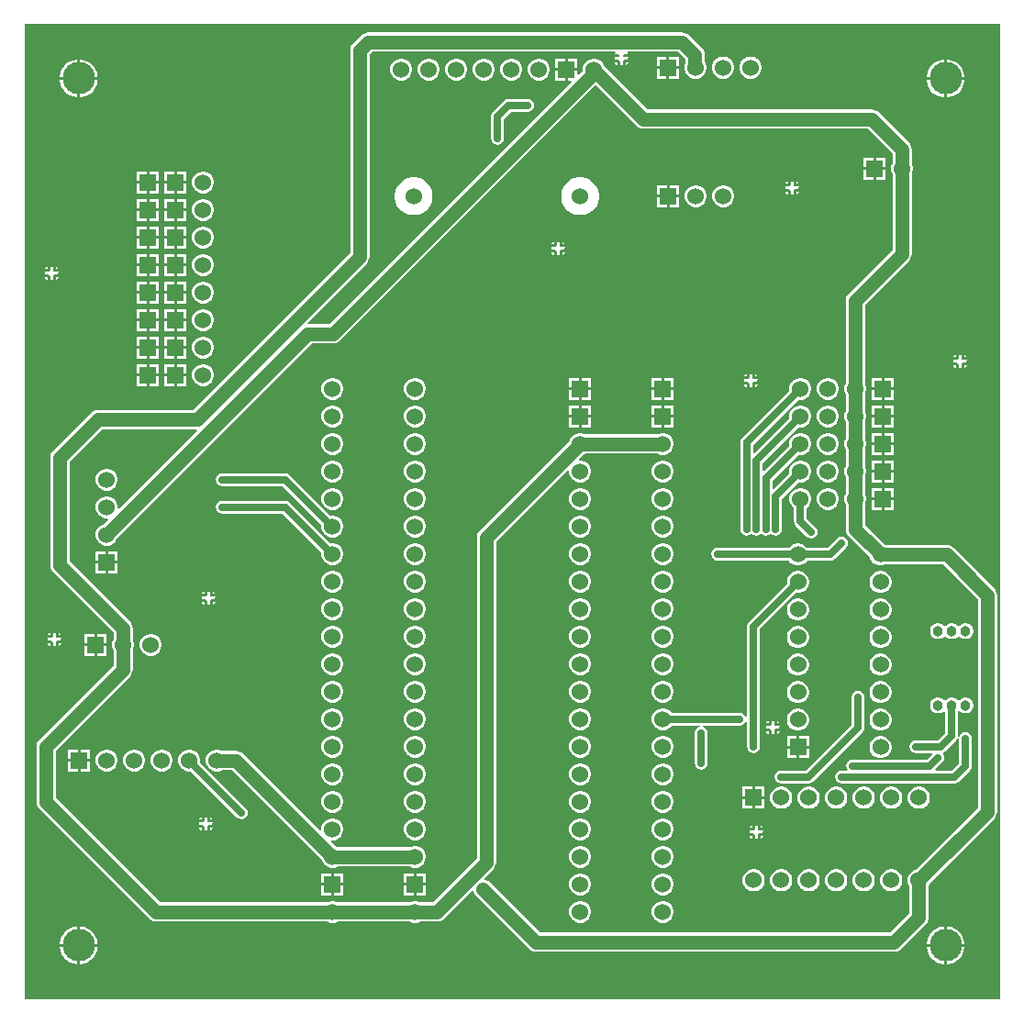
<source format=gbl>
G04*
G04 #@! TF.GenerationSoftware,Altium Limited,Altium Designer,24.0.1 (36)*
G04*
G04 Layer_Physical_Order=2*
G04 Layer_Color=16711680*
%FSLAX25Y25*%
%MOIN*%
G70*
G04*
G04 #@! TF.SameCoordinates,67FC8AF9-9308-4AD8-ABDD-2333FC6696B3*
G04*
G04*
G04 #@! TF.FilePolarity,Positive*
G04*
G01*
G75*
%ADD21C,0.02500*%
%ADD22C,0.05000*%
%ADD23C,0.06000*%
%ADD24R,0.06000X0.06000*%
%ADD25R,0.06000X0.06000*%
%ADD26C,0.03800*%
%ADD27C,0.11811*%
%ADD28C,0.01968*%
%ADD29C,0.01000*%
%ADD30C,0.03937*%
G36*
X472441Y118110D02*
X118110D01*
Y472441D01*
X472441D01*
Y118110D01*
D02*
G37*
%LPC*%
G36*
X337417Y458500D02*
X336500D01*
Y457584D01*
X336850Y457728D01*
X337272Y458150D01*
X337417Y458500D01*
D02*
G37*
G36*
X333500D02*
X332583D01*
X332728Y458150D01*
X333150Y457728D01*
X333500Y457584D01*
Y458500D01*
D02*
G37*
G36*
X355890Y460693D02*
X352390D01*
Y457193D01*
X355890D01*
Y460693D01*
D02*
G37*
G36*
X351390D02*
X347890D01*
Y457193D01*
X351390D01*
Y460693D01*
D02*
G37*
G36*
X319000Y460000D02*
X315500D01*
Y456500D01*
X319000D01*
Y460000D01*
D02*
G37*
G36*
X314500D02*
X311000D01*
Y456500D01*
X314500D01*
Y460000D01*
D02*
G37*
G36*
X453436Y459661D02*
X453256D01*
Y453256D01*
X459661D01*
Y453436D01*
X459396Y454770D01*
X458876Y456027D01*
X458120Y457158D01*
X457158Y458120D01*
X456027Y458876D01*
X454770Y459396D01*
X453436Y459661D01*
D02*
G37*
G36*
X452256D02*
X452076D01*
X450742Y459396D01*
X449485Y458876D01*
X448354Y458120D01*
X447392Y457158D01*
X446636Y456027D01*
X446116Y454770D01*
X445850Y453436D01*
Y453256D01*
X452256D01*
Y459661D01*
D02*
G37*
G36*
X138475D02*
X138295D01*
Y453256D01*
X144701D01*
Y453436D01*
X144435Y454770D01*
X143915Y456027D01*
X143159Y457158D01*
X142197Y458120D01*
X141066Y458876D01*
X139810Y459396D01*
X138475Y459661D01*
D02*
G37*
G36*
X137295D02*
X137115D01*
X135781Y459396D01*
X134524Y458876D01*
X133393Y458120D01*
X132431Y457158D01*
X131676Y456027D01*
X131155Y454770D01*
X130890Y453436D01*
Y453256D01*
X137295D01*
Y459661D01*
D02*
G37*
G36*
X382416Y460693D02*
X381363D01*
X380346Y460420D01*
X379434Y459894D01*
X378689Y459149D01*
X378162Y458237D01*
X377890Y457220D01*
Y456166D01*
X378162Y455149D01*
X378689Y454237D01*
X379434Y453492D01*
X380346Y452965D01*
X381363Y452693D01*
X382416D01*
X383434Y452965D01*
X384346Y453492D01*
X385091Y454237D01*
X385617Y455149D01*
X385890Y456166D01*
Y457220D01*
X385617Y458237D01*
X385091Y459149D01*
X384346Y459894D01*
X383434Y460420D01*
X382416Y460693D01*
D02*
G37*
G36*
X372416D02*
X371363D01*
X370346Y460420D01*
X369434Y459894D01*
X368689Y459149D01*
X368162Y458237D01*
X367890Y457220D01*
Y456166D01*
X368162Y455149D01*
X368689Y454237D01*
X369434Y453492D01*
X370346Y452965D01*
X371363Y452693D01*
X372416D01*
X373434Y452965D01*
X374346Y453492D01*
X375091Y454237D01*
X375617Y455149D01*
X375890Y456166D01*
Y457220D01*
X375617Y458237D01*
X375091Y459149D01*
X374346Y459894D01*
X373434Y460420D01*
X372416Y460693D01*
D02*
G37*
G36*
X357000Y469530D02*
X243000D01*
X242086Y469410D01*
X241235Y469057D01*
X240504Y468496D01*
X237504Y465496D01*
X236943Y464765D01*
X236590Y463914D01*
X236470Y463000D01*
Y389462D01*
X179413Y332406D01*
X144805D01*
X144805Y332406D01*
X143891Y332286D01*
X143040Y331933D01*
X142308Y331372D01*
X128504Y317567D01*
X127943Y316836D01*
X127590Y315985D01*
X127470Y315071D01*
Y276000D01*
X127590Y275086D01*
X127943Y274235D01*
X128504Y273504D01*
X150470Y251538D01*
Y248885D01*
X150273Y248544D01*
X150000Y247527D01*
Y246473D01*
X150273Y245456D01*
X150470Y245114D01*
Y239462D01*
X123504Y212496D01*
X122943Y211765D01*
X122590Y210914D01*
X122470Y210000D01*
Y190000D01*
X122590Y189086D01*
X122943Y188235D01*
X123504Y187504D01*
X163504Y147504D01*
X164235Y146943D01*
X165086Y146590D01*
X166000Y146470D01*
X228115D01*
X228456Y146273D01*
X229473Y146000D01*
X230527D01*
X231544Y146273D01*
X231886Y146470D01*
X258115D01*
X258456Y146273D01*
X259473Y146000D01*
X260527D01*
X261544Y146273D01*
X261885Y146470D01*
X268000D01*
X268914Y146590D01*
X269765Y146943D01*
X270496Y147504D01*
X280817Y157825D01*
X281291Y157664D01*
X281333Y157344D01*
X281685Y156492D01*
X282246Y155761D01*
X301504Y136504D01*
X302235Y135943D01*
X303086Y135590D01*
X304000Y135470D01*
X434000D01*
X434914Y135590D01*
X435765Y135943D01*
X436496Y136504D01*
X445567Y145575D01*
X446128Y146306D01*
X446481Y147157D01*
X446601Y148071D01*
Y159532D01*
X446798Y159873D01*
X446900Y160254D01*
X470496Y183850D01*
X471057Y184581D01*
X471410Y185433D01*
X471530Y186346D01*
Y265000D01*
X471410Y265914D01*
X471057Y266765D01*
X470496Y267496D01*
X455654Y282339D01*
X454923Y282900D01*
X454071Y283252D01*
X453158Y283373D01*
X431019D01*
X430678Y283570D01*
X430297Y283672D01*
X423530Y290439D01*
Y298114D01*
X423727Y298456D01*
X424000Y299473D01*
Y300527D01*
X423727Y301544D01*
X423530Y301886D01*
Y308115D01*
X423727Y308456D01*
X424000Y309473D01*
Y310527D01*
X423727Y311544D01*
X423530Y311885D01*
Y318114D01*
X423727Y318456D01*
X424000Y319473D01*
Y320527D01*
X423727Y321544D01*
X423530Y321885D01*
Y328115D01*
X423727Y328456D01*
X424000Y329473D01*
Y330527D01*
X423727Y331544D01*
X423530Y331886D01*
Y338115D01*
X423727Y338456D01*
X424000Y339473D01*
Y340527D01*
X423727Y341544D01*
X423530Y341885D01*
Y370538D01*
X439496Y386504D01*
X440057Y387235D01*
X440410Y388086D01*
X440530Y389000D01*
Y418115D01*
X440727Y418456D01*
X441000Y419473D01*
Y420527D01*
X440727Y421544D01*
X440530Y421885D01*
Y427000D01*
X440410Y427914D01*
X440057Y428765D01*
X439496Y429496D01*
X428496Y440496D01*
X427765Y441057D01*
X426914Y441410D01*
X426000Y441530D01*
X344462D01*
X328830Y457163D01*
X328727Y457544D01*
X328201Y458456D01*
X327456Y459201D01*
X326544Y459727D01*
X325527Y460000D01*
X324473D01*
X323456Y459727D01*
X322544Y459201D01*
X321799Y458456D01*
X321273Y457544D01*
X321000Y456527D01*
Y455720D01*
X319462Y454182D01*
X319000Y454373D01*
Y455500D01*
X315500D01*
Y452000D01*
X316627D01*
X316818Y451538D01*
X228784Y363503D01*
X221203D01*
X220996Y364003D01*
X242496Y385504D01*
X243057Y386235D01*
X243410Y387086D01*
X243530Y388000D01*
Y461538D01*
X244462Y462470D01*
X332641D01*
X332849Y461970D01*
X332728Y461850D01*
X332583Y461500D01*
X334000D01*
Y460500D01*
X332583D01*
X332728Y460150D01*
X332879Y460000D01*
X332728Y459850D01*
X332583Y459500D01*
X334000D01*
Y459000D01*
X334500D01*
Y457584D01*
X334850Y457728D01*
X335000Y457879D01*
X335150Y457728D01*
X335500Y457584D01*
Y459000D01*
X336000D01*
Y459500D01*
X337417D01*
X337272Y459850D01*
X337121Y460000D01*
X337272Y460150D01*
X337417Y460500D01*
X336000D01*
Y461500D01*
X337417D01*
X337272Y461850D01*
X337152Y461970D01*
X337359Y462470D01*
X355538D01*
X358168Y459839D01*
Y458247D01*
X358162Y458237D01*
X357890Y457220D01*
Y456166D01*
X358162Y455149D01*
X358689Y454237D01*
X359434Y453492D01*
X360346Y452965D01*
X361363Y452693D01*
X362416D01*
X363434Y452965D01*
X364346Y453492D01*
X365091Y454237D01*
X365617Y455149D01*
X365890Y456166D01*
Y457220D01*
X365617Y458237D01*
X365229Y458910D01*
Y461302D01*
X365108Y462215D01*
X364756Y463067D01*
X364195Y463798D01*
X359496Y468496D01*
X358765Y469057D01*
X357914Y469410D01*
X357000Y469530D01*
D02*
G37*
G36*
X355890Y456193D02*
X352390D01*
Y452693D01*
X355890D01*
Y456193D01*
D02*
G37*
G36*
X351390D02*
X347890D01*
Y452693D01*
X351390D01*
Y456193D01*
D02*
G37*
G36*
X314500Y455500D02*
X311000D01*
Y452000D01*
X314500D01*
Y455500D01*
D02*
G37*
G36*
X305527Y460000D02*
X304473D01*
X303456Y459727D01*
X302544Y459201D01*
X301799Y458456D01*
X301273Y457544D01*
X301000Y456527D01*
Y455473D01*
X301273Y454456D01*
X301799Y453544D01*
X302544Y452799D01*
X303456Y452273D01*
X304473Y452000D01*
X305527D01*
X306544Y452273D01*
X307456Y452799D01*
X308201Y453544D01*
X308727Y454456D01*
X309000Y455473D01*
Y456527D01*
X308727Y457544D01*
X308201Y458456D01*
X307456Y459201D01*
X306544Y459727D01*
X305527Y460000D01*
D02*
G37*
G36*
X295527D02*
X294473D01*
X293456Y459727D01*
X292544Y459201D01*
X291799Y458456D01*
X291273Y457544D01*
X291000Y456527D01*
Y455473D01*
X291273Y454456D01*
X291799Y453544D01*
X292544Y452799D01*
X293456Y452273D01*
X294473Y452000D01*
X295527D01*
X296544Y452273D01*
X297456Y452799D01*
X298201Y453544D01*
X298727Y454456D01*
X299000Y455473D01*
Y456527D01*
X298727Y457544D01*
X298201Y458456D01*
X297456Y459201D01*
X296544Y459727D01*
X295527Y460000D01*
D02*
G37*
G36*
X285527D02*
X284473D01*
X283456Y459727D01*
X282544Y459201D01*
X281799Y458456D01*
X281273Y457544D01*
X281000Y456527D01*
Y455473D01*
X281273Y454456D01*
X281799Y453544D01*
X282544Y452799D01*
X283456Y452273D01*
X284473Y452000D01*
X285527D01*
X286544Y452273D01*
X287456Y452799D01*
X288201Y453544D01*
X288727Y454456D01*
X289000Y455473D01*
Y456527D01*
X288727Y457544D01*
X288201Y458456D01*
X287456Y459201D01*
X286544Y459727D01*
X285527Y460000D01*
D02*
G37*
G36*
X275527D02*
X274473D01*
X273456Y459727D01*
X272544Y459201D01*
X271799Y458456D01*
X271273Y457544D01*
X271000Y456527D01*
Y455473D01*
X271273Y454456D01*
X271799Y453544D01*
X272544Y452799D01*
X273456Y452273D01*
X274473Y452000D01*
X275527D01*
X276544Y452273D01*
X277456Y452799D01*
X278201Y453544D01*
X278727Y454456D01*
X279000Y455473D01*
Y456527D01*
X278727Y457544D01*
X278201Y458456D01*
X277456Y459201D01*
X276544Y459727D01*
X275527Y460000D01*
D02*
G37*
G36*
X265527D02*
X264473D01*
X263456Y459727D01*
X262544Y459201D01*
X261799Y458456D01*
X261273Y457544D01*
X261000Y456527D01*
Y455473D01*
X261273Y454456D01*
X261799Y453544D01*
X262544Y452799D01*
X263456Y452273D01*
X264473Y452000D01*
X265527D01*
X266544Y452273D01*
X267456Y452799D01*
X268201Y453544D01*
X268727Y454456D01*
X269000Y455473D01*
Y456527D01*
X268727Y457544D01*
X268201Y458456D01*
X267456Y459201D01*
X266544Y459727D01*
X265527Y460000D01*
D02*
G37*
G36*
X255527D02*
X254473D01*
X253456Y459727D01*
X252544Y459201D01*
X251799Y458456D01*
X251273Y457544D01*
X251000Y456527D01*
Y455473D01*
X251273Y454456D01*
X251799Y453544D01*
X252544Y452799D01*
X253456Y452273D01*
X254473Y452000D01*
X255527D01*
X256544Y452273D01*
X257456Y452799D01*
X258201Y453544D01*
X258727Y454456D01*
X259000Y455473D01*
Y456527D01*
X258727Y457544D01*
X258201Y458456D01*
X257456Y459201D01*
X256544Y459727D01*
X255527Y460000D01*
D02*
G37*
G36*
X459661Y452256D02*
X453256D01*
Y445850D01*
X453436D01*
X454770Y446116D01*
X456027Y446636D01*
X457158Y447392D01*
X458120Y448354D01*
X458876Y449485D01*
X459396Y450742D01*
X459661Y452076D01*
Y452256D01*
D02*
G37*
G36*
X452256D02*
X445850D01*
Y452076D01*
X446116Y450742D01*
X446636Y449485D01*
X447392Y448354D01*
X448354Y447392D01*
X449485Y446636D01*
X450742Y446116D01*
X452076Y445850D01*
X452256D01*
Y452256D01*
D02*
G37*
G36*
X144701D02*
X138295D01*
Y445850D01*
X138475D01*
X139810Y446116D01*
X141066Y446636D01*
X142197Y447392D01*
X143159Y448354D01*
X143915Y449485D01*
X144435Y450742D01*
X144701Y452076D01*
Y452256D01*
D02*
G37*
G36*
X137295D02*
X130890D01*
Y452076D01*
X131155Y450742D01*
X131676Y449485D01*
X132431Y448354D01*
X133393Y447392D01*
X134524Y446636D01*
X135781Y446116D01*
X137115Y445850D01*
X137295D01*
Y452256D01*
D02*
G37*
G36*
X301000Y445294D02*
X300821Y445259D01*
X293965D01*
X293087Y445084D01*
X292342Y444587D01*
X288378Y440622D01*
X287880Y439878D01*
X287706Y439000D01*
Y431000D01*
X287880Y430122D01*
X288378Y429378D01*
X289122Y428881D01*
X290000Y428706D01*
X290878Y428881D01*
X291622Y429378D01*
X292120Y430122D01*
X292294Y431000D01*
Y438050D01*
X294915Y440670D01*
X300964D01*
X301842Y440845D01*
X302587Y441342D01*
X302622Y441378D01*
X303119Y442122D01*
X303294Y443000D01*
X303119Y443878D01*
X302622Y444622D01*
X301878Y445119D01*
X301000Y445294D01*
D02*
G37*
G36*
X177000Y419000D02*
X173500D01*
Y415500D01*
X177000D01*
Y419000D01*
D02*
G37*
G36*
X172500D02*
X169000D01*
Y415500D01*
X172500D01*
Y419000D01*
D02*
G37*
G36*
X167000D02*
X163500D01*
Y415500D01*
X167000D01*
Y419000D01*
D02*
G37*
G36*
X162500D02*
X159000D01*
Y415500D01*
X162500D01*
Y419000D01*
D02*
G37*
G36*
X183527D02*
X182473D01*
X181456Y418727D01*
X180544Y418201D01*
X179799Y417456D01*
X179273Y416544D01*
X179000Y415527D01*
Y414473D01*
X179273Y413456D01*
X179799Y412544D01*
X180544Y411799D01*
X181456Y411273D01*
X182473Y411000D01*
X183527D01*
X184544Y411273D01*
X185456Y411799D01*
X186201Y412544D01*
X186727Y413456D01*
X187000Y414473D01*
Y415527D01*
X186727Y416544D01*
X186201Y417456D01*
X185456Y418201D01*
X184544Y418727D01*
X183527Y419000D01*
D02*
G37*
G36*
X177000Y414500D02*
X173500D01*
Y411000D01*
X177000D01*
Y414500D01*
D02*
G37*
G36*
X172500D02*
X169000D01*
Y411000D01*
X172500D01*
Y414500D01*
D02*
G37*
G36*
X167000D02*
X163500D01*
Y411000D01*
X167000D01*
Y414500D01*
D02*
G37*
G36*
X162500D02*
X159000D01*
Y411000D01*
X162500D01*
Y414500D01*
D02*
G37*
G36*
X177000Y409000D02*
X173500D01*
Y405500D01*
X177000D01*
Y409000D01*
D02*
G37*
G36*
X172500D02*
X169000D01*
Y405500D01*
X172500D01*
Y409000D01*
D02*
G37*
G36*
X167000D02*
X163500D01*
Y405500D01*
X167000D01*
Y409000D01*
D02*
G37*
G36*
X162500D02*
X159000D01*
Y405500D01*
X162500D01*
Y409000D01*
D02*
G37*
G36*
X260180Y416905D02*
X258820D01*
X257486Y416640D01*
X256229Y416120D01*
X255098Y415364D01*
X254136Y414402D01*
X253380Y413271D01*
X252860Y412014D01*
X252594Y410680D01*
Y409320D01*
X252860Y407986D01*
X253380Y406729D01*
X254136Y405598D01*
X255098Y404636D01*
X256229Y403880D01*
X257486Y403360D01*
X258820Y403094D01*
X260180D01*
X261514Y403360D01*
X262771Y403880D01*
X263902Y404636D01*
X264864Y405598D01*
X265620Y406729D01*
X266140Y407986D01*
X266406Y409320D01*
Y410680D01*
X266140Y412014D01*
X265620Y413271D01*
X264864Y414402D01*
X263902Y415364D01*
X262771Y416120D01*
X261514Y416640D01*
X260180Y416905D01*
D02*
G37*
G36*
X183527Y409000D02*
X182473D01*
X181456Y408727D01*
X180544Y408201D01*
X179799Y407456D01*
X179273Y406544D01*
X179000Y405527D01*
Y404473D01*
X179273Y403456D01*
X179799Y402544D01*
X180544Y401799D01*
X181456Y401273D01*
X182473Y401000D01*
X183527D01*
X184544Y401273D01*
X185456Y401799D01*
X186201Y402544D01*
X186727Y403456D01*
X187000Y404473D01*
Y405527D01*
X186727Y406544D01*
X186201Y407456D01*
X185456Y408201D01*
X184544Y408727D01*
X183527Y409000D01*
D02*
G37*
G36*
X177000Y404500D02*
X173500D01*
Y401000D01*
X177000D01*
Y404500D01*
D02*
G37*
G36*
X172500D02*
X169000D01*
Y401000D01*
X172500D01*
Y404500D01*
D02*
G37*
G36*
X167000D02*
X163500D01*
Y401000D01*
X167000D01*
Y404500D01*
D02*
G37*
G36*
X162500D02*
X159000D01*
Y401000D01*
X162500D01*
Y404500D01*
D02*
G37*
G36*
X177000Y399000D02*
X173500D01*
Y395500D01*
X177000D01*
Y399000D01*
D02*
G37*
G36*
X172500D02*
X169000D01*
Y395500D01*
X172500D01*
Y399000D01*
D02*
G37*
G36*
X167000D02*
X163500D01*
Y395500D01*
X167000D01*
Y399000D01*
D02*
G37*
G36*
X162500D02*
X159000D01*
Y395500D01*
X162500D01*
Y399000D01*
D02*
G37*
G36*
X183527D02*
X182473D01*
X181456Y398727D01*
X180544Y398201D01*
X179799Y397456D01*
X179273Y396544D01*
X179000Y395527D01*
Y394473D01*
X179273Y393456D01*
X179799Y392544D01*
X180544Y391799D01*
X181456Y391273D01*
X182473Y391000D01*
X183527D01*
X184544Y391273D01*
X185456Y391799D01*
X186201Y392544D01*
X186727Y393456D01*
X187000Y394473D01*
Y395527D01*
X186727Y396544D01*
X186201Y397456D01*
X185456Y398201D01*
X184544Y398727D01*
X183527Y399000D01*
D02*
G37*
G36*
X177000Y394500D02*
X173500D01*
Y391000D01*
X177000D01*
Y394500D01*
D02*
G37*
G36*
X172500D02*
X169000D01*
Y391000D01*
X172500D01*
Y394500D01*
D02*
G37*
G36*
X167000D02*
X163500D01*
Y391000D01*
X167000D01*
Y394500D01*
D02*
G37*
G36*
X162500D02*
X159000D01*
Y391000D01*
X162500D01*
Y394500D01*
D02*
G37*
G36*
X177000Y389000D02*
X173500D01*
Y385500D01*
X177000D01*
Y389000D01*
D02*
G37*
G36*
X172500D02*
X169000D01*
Y385500D01*
X172500D01*
Y389000D01*
D02*
G37*
G36*
X167000D02*
X163500D01*
Y385500D01*
X167000D01*
Y389000D01*
D02*
G37*
G36*
X162500D02*
X159000D01*
Y385500D01*
X162500D01*
Y389000D01*
D02*
G37*
G36*
X128500Y384417D02*
X128150Y384272D01*
X128000Y384121D01*
X127850Y384272D01*
X127500Y384417D01*
Y383000D01*
X127000D01*
Y382500D01*
X125584D01*
X125728Y382150D01*
X125879Y382000D01*
X125728Y381850D01*
X125584Y381500D01*
X127000D01*
Y381000D01*
X127500D01*
Y379584D01*
X127850Y379728D01*
X128000Y379879D01*
X128150Y379728D01*
X128500Y379584D01*
Y381000D01*
X129000D01*
Y381500D01*
X130417D01*
X130272Y381850D01*
X130121Y382000D01*
X130272Y382150D01*
X130417Y382500D01*
X129000D01*
Y383000D01*
X128500D01*
Y384417D01*
D02*
G37*
G36*
X129500D02*
Y383500D01*
X130417D01*
X130272Y383850D01*
X129850Y384272D01*
X129500Y384417D01*
D02*
G37*
G36*
X126500D02*
X126150Y384272D01*
X125728Y383850D01*
X125584Y383500D01*
X126500D01*
Y384417D01*
D02*
G37*
G36*
X183527Y389000D02*
X182473D01*
X181456Y388727D01*
X180544Y388201D01*
X179799Y387456D01*
X179273Y386544D01*
X179000Y385527D01*
Y384473D01*
X179273Y383456D01*
X179799Y382544D01*
X180544Y381799D01*
X181456Y381273D01*
X182473Y381000D01*
X183527D01*
X184544Y381273D01*
X185456Y381799D01*
X186201Y382544D01*
X186727Y383456D01*
X187000Y384473D01*
Y385527D01*
X186727Y386544D01*
X186201Y387456D01*
X185456Y388201D01*
X184544Y388727D01*
X183527Y389000D01*
D02*
G37*
G36*
X177000Y384500D02*
X173500D01*
Y381000D01*
X177000D01*
Y384500D01*
D02*
G37*
G36*
X172500D02*
X169000D01*
Y381000D01*
X172500D01*
Y384500D01*
D02*
G37*
G36*
X167000D02*
X163500D01*
Y381000D01*
X167000D01*
Y384500D01*
D02*
G37*
G36*
X162500D02*
X159000D01*
Y381000D01*
X162500D01*
Y384500D01*
D02*
G37*
G36*
X130417Y380500D02*
X129500D01*
Y379584D01*
X129850Y379728D01*
X130272Y380150D01*
X130417Y380500D01*
D02*
G37*
G36*
X126500D02*
X125584D01*
X125728Y380150D01*
X126150Y379728D01*
X126500Y379584D01*
Y380500D01*
D02*
G37*
G36*
X177000Y379000D02*
X173500D01*
Y375500D01*
X177000D01*
Y379000D01*
D02*
G37*
G36*
X172500D02*
X169000D01*
Y375500D01*
X172500D01*
Y379000D01*
D02*
G37*
G36*
X167000D02*
X163500D01*
Y375500D01*
X167000D01*
Y379000D01*
D02*
G37*
G36*
X162500D02*
X159000D01*
Y375500D01*
X162500D01*
Y379000D01*
D02*
G37*
G36*
X183527D02*
X182473D01*
X181456Y378727D01*
X180544Y378201D01*
X179799Y377456D01*
X179273Y376544D01*
X179000Y375527D01*
Y374473D01*
X179273Y373456D01*
X179799Y372544D01*
X180544Y371799D01*
X181456Y371273D01*
X182473Y371000D01*
X183527D01*
X184544Y371273D01*
X185456Y371799D01*
X186201Y372544D01*
X186727Y373456D01*
X187000Y374473D01*
Y375527D01*
X186727Y376544D01*
X186201Y377456D01*
X185456Y378201D01*
X184544Y378727D01*
X183527Y379000D01*
D02*
G37*
G36*
X177000Y374500D02*
X173500D01*
Y371000D01*
X177000D01*
Y374500D01*
D02*
G37*
G36*
X172500D02*
X169000D01*
Y371000D01*
X172500D01*
Y374500D01*
D02*
G37*
G36*
X167000D02*
X163500D01*
Y371000D01*
X167000D01*
Y374500D01*
D02*
G37*
G36*
X162500D02*
X159000D01*
Y371000D01*
X162500D01*
Y374500D01*
D02*
G37*
G36*
X177000Y369000D02*
X173500D01*
Y365500D01*
X177000D01*
Y369000D01*
D02*
G37*
G36*
X172500D02*
X169000D01*
Y365500D01*
X172500D01*
Y369000D01*
D02*
G37*
G36*
X167000D02*
X163500D01*
Y365500D01*
X167000D01*
Y369000D01*
D02*
G37*
G36*
X162500D02*
X159000D01*
Y365500D01*
X162500D01*
Y369000D01*
D02*
G37*
G36*
X183527D02*
X182473D01*
X181456Y368727D01*
X180544Y368201D01*
X179799Y367456D01*
X179273Y366544D01*
X179000Y365527D01*
Y364473D01*
X179273Y363456D01*
X179799Y362544D01*
X180544Y361799D01*
X181456Y361273D01*
X182473Y361000D01*
X183527D01*
X184544Y361273D01*
X185456Y361799D01*
X186201Y362544D01*
X186727Y363456D01*
X187000Y364473D01*
Y365527D01*
X186727Y366544D01*
X186201Y367456D01*
X185456Y368201D01*
X184544Y368727D01*
X183527Y369000D01*
D02*
G37*
G36*
X177000Y364500D02*
X173500D01*
Y361000D01*
X177000D01*
Y364500D01*
D02*
G37*
G36*
X172500D02*
X169000D01*
Y361000D01*
X172500D01*
Y364500D01*
D02*
G37*
G36*
X167000D02*
X163500D01*
Y361000D01*
X167000D01*
Y364500D01*
D02*
G37*
G36*
X162500D02*
X159000D01*
Y361000D01*
X162500D01*
Y364500D01*
D02*
G37*
G36*
X177000Y359000D02*
X173500D01*
Y355500D01*
X177000D01*
Y359000D01*
D02*
G37*
G36*
X172500D02*
X169000D01*
Y355500D01*
X172500D01*
Y359000D01*
D02*
G37*
G36*
X167000D02*
X163500D01*
Y355500D01*
X167000D01*
Y359000D01*
D02*
G37*
G36*
X162500D02*
X159000D01*
Y355500D01*
X162500D01*
Y359000D01*
D02*
G37*
G36*
X458500Y352416D02*
X458150Y352272D01*
X458000Y352121D01*
X457850Y352272D01*
X457500Y352416D01*
Y351000D01*
X457000D01*
Y350500D01*
X455583D01*
X455728Y350150D01*
X455879Y350000D01*
X455728Y349850D01*
X455583Y349500D01*
X457000D01*
Y349000D01*
X457500D01*
Y347584D01*
X457850Y347728D01*
X458000Y347879D01*
X458150Y347728D01*
X458500Y347584D01*
Y349000D01*
X459000D01*
Y349500D01*
X460417D01*
X460272Y349850D01*
X460121Y350000D01*
X460272Y350150D01*
X460417Y350500D01*
X459000D01*
Y351000D01*
X458500D01*
Y352416D01*
D02*
G37*
G36*
X459500D02*
Y351500D01*
X460417D01*
X460272Y351850D01*
X459850Y352272D01*
X459500Y352416D01*
D02*
G37*
G36*
X456500D02*
X456150Y352272D01*
X455728Y351850D01*
X455583Y351500D01*
X456500D01*
Y352416D01*
D02*
G37*
G36*
X183527Y359000D02*
X182473D01*
X181456Y358727D01*
X180544Y358201D01*
X179799Y357456D01*
X179273Y356544D01*
X179000Y355527D01*
Y354473D01*
X179273Y353456D01*
X179799Y352544D01*
X180544Y351799D01*
X181456Y351273D01*
X182473Y351000D01*
X183527D01*
X184544Y351273D01*
X185456Y351799D01*
X186201Y352544D01*
X186727Y353456D01*
X187000Y354473D01*
Y355527D01*
X186727Y356544D01*
X186201Y357456D01*
X185456Y358201D01*
X184544Y358727D01*
X183527Y359000D01*
D02*
G37*
G36*
X177000Y354500D02*
X173500D01*
Y351000D01*
X177000D01*
Y354500D01*
D02*
G37*
G36*
X172500D02*
X169000D01*
Y351000D01*
X172500D01*
Y354500D01*
D02*
G37*
G36*
X167000D02*
X163500D01*
Y351000D01*
X167000D01*
Y354500D01*
D02*
G37*
G36*
X162500D02*
X159000D01*
Y351000D01*
X162500D01*
Y354500D01*
D02*
G37*
G36*
X460417Y348500D02*
X459500D01*
Y347584D01*
X459850Y347728D01*
X460272Y348150D01*
X460417Y348500D01*
D02*
G37*
G36*
X456500D02*
X455583D01*
X455728Y348150D01*
X456150Y347728D01*
X456500Y347584D01*
Y348500D01*
D02*
G37*
G36*
X177000Y349000D02*
X173500D01*
Y345500D01*
X177000D01*
Y349000D01*
D02*
G37*
G36*
X172500D02*
X169000D01*
Y345500D01*
X172500D01*
Y349000D01*
D02*
G37*
G36*
X167000D02*
X163500D01*
Y345500D01*
X167000D01*
Y349000D01*
D02*
G37*
G36*
X162500D02*
X159000D01*
Y345500D01*
X162500D01*
Y349000D01*
D02*
G37*
G36*
X183527D02*
X182473D01*
X181456Y348727D01*
X180544Y348201D01*
X179799Y347456D01*
X179273Y346544D01*
X179000Y345527D01*
Y344473D01*
X179273Y343456D01*
X179799Y342544D01*
X180544Y341799D01*
X181456Y341273D01*
X182473Y341000D01*
X183527D01*
X184544Y341273D01*
X185456Y341799D01*
X186201Y342544D01*
X186727Y343456D01*
X187000Y344473D01*
Y345527D01*
X186727Y346544D01*
X186201Y347456D01*
X185456Y348201D01*
X184544Y348727D01*
X183527Y349000D01*
D02*
G37*
G36*
X177000Y344500D02*
X173500D01*
Y341000D01*
X177000D01*
Y344500D01*
D02*
G37*
G36*
X172500D02*
X169000D01*
Y341000D01*
X172500D01*
Y344500D01*
D02*
G37*
G36*
X167000D02*
X163500D01*
Y341000D01*
X167000D01*
Y344500D01*
D02*
G37*
G36*
X162500D02*
X159000D01*
Y341000D01*
X162500D01*
Y344500D01*
D02*
G37*
G36*
X434000Y344000D02*
X430500D01*
Y340500D01*
X434000D01*
Y344000D01*
D02*
G37*
G36*
X429500D02*
X426000D01*
Y340500D01*
X429500D01*
Y344000D01*
D02*
G37*
G36*
X434000Y339500D02*
X430500D01*
Y336000D01*
X434000D01*
Y339500D01*
D02*
G37*
G36*
X429500D02*
X426000D01*
Y336000D01*
X429500D01*
Y339500D01*
D02*
G37*
G36*
X434000Y334000D02*
X430500D01*
Y330500D01*
X434000D01*
Y334000D01*
D02*
G37*
G36*
X429500D02*
X426000D01*
Y330500D01*
X429500D01*
Y334000D01*
D02*
G37*
G36*
X434000Y329500D02*
X430500D01*
Y326000D01*
X434000D01*
Y329500D01*
D02*
G37*
G36*
X429500D02*
X426000D01*
Y326000D01*
X429500D01*
Y329500D01*
D02*
G37*
G36*
X434000Y324000D02*
X430500D01*
Y320500D01*
X434000D01*
Y324000D01*
D02*
G37*
G36*
X429500D02*
X426000D01*
Y320500D01*
X429500D01*
Y324000D01*
D02*
G37*
G36*
X434000Y319500D02*
X430500D01*
Y316000D01*
X434000D01*
Y319500D01*
D02*
G37*
G36*
X429500D02*
X426000D01*
Y316000D01*
X429500D01*
Y319500D01*
D02*
G37*
G36*
X434000Y314000D02*
X430500D01*
Y310500D01*
X434000D01*
Y314000D01*
D02*
G37*
G36*
X429500D02*
X426000D01*
Y310500D01*
X429500D01*
Y314000D01*
D02*
G37*
G36*
X434000Y309500D02*
X430500D01*
Y306000D01*
X434000D01*
Y309500D01*
D02*
G37*
G36*
X429500D02*
X426000D01*
Y306000D01*
X429500D01*
Y309500D01*
D02*
G37*
G36*
X434000Y304000D02*
X430500D01*
Y300500D01*
X434000D01*
Y304000D01*
D02*
G37*
G36*
X429500D02*
X426000D01*
Y300500D01*
X429500D01*
Y304000D01*
D02*
G37*
G36*
X434000Y299500D02*
X430500D01*
Y296000D01*
X434000D01*
Y299500D01*
D02*
G37*
G36*
X429500D02*
X426000D01*
Y296000D01*
X429500D01*
Y299500D01*
D02*
G37*
G36*
X129500Y251416D02*
X129150Y251272D01*
X129000Y251121D01*
X128850Y251272D01*
X128500Y251416D01*
Y250000D01*
X128000D01*
Y249500D01*
X126584D01*
X126728Y249150D01*
X126879Y249000D01*
X126728Y248850D01*
X126584Y248500D01*
X128000D01*
Y248000D01*
X128500D01*
Y246584D01*
X128850Y246728D01*
X129000Y246879D01*
X129150Y246728D01*
X129500Y246584D01*
Y248000D01*
X130000D01*
Y248500D01*
X131416D01*
X131272Y248850D01*
X131121Y249000D01*
X131272Y249150D01*
X131416Y249500D01*
X130000D01*
Y250000D01*
X129500D01*
Y251416D01*
D02*
G37*
G36*
X130500D02*
Y250500D01*
X131416D01*
X131272Y250850D01*
X130850Y251272D01*
X130500Y251416D01*
D02*
G37*
G36*
X127500D02*
X127150Y251272D01*
X126728Y250850D01*
X126584Y250500D01*
X127500D01*
Y251416D01*
D02*
G37*
G36*
X148000Y251000D02*
X144500D01*
Y247500D01*
X148000D01*
Y251000D01*
D02*
G37*
G36*
X143500D02*
X140000D01*
Y247500D01*
X143500D01*
Y251000D01*
D02*
G37*
G36*
X131416Y247500D02*
X130500D01*
Y246584D01*
X130850Y246728D01*
X131272Y247150D01*
X131416Y247500D01*
D02*
G37*
G36*
X127500D02*
X126584D01*
X126728Y247150D01*
X127150Y246728D01*
X127500Y246584D01*
Y247500D01*
D02*
G37*
G36*
X148000Y246500D02*
X144500D01*
Y243000D01*
X148000D01*
Y246500D01*
D02*
G37*
G36*
X143500D02*
X140000D01*
Y243000D01*
X143500D01*
Y246500D01*
D02*
G37*
G36*
X453436Y144701D02*
X453256D01*
Y138295D01*
X459661D01*
Y138475D01*
X459396Y139810D01*
X458876Y141066D01*
X458120Y142197D01*
X457158Y143159D01*
X456027Y143915D01*
X454770Y144435D01*
X453436Y144701D01*
D02*
G37*
G36*
X452256D02*
X452076D01*
X450742Y144435D01*
X449485Y143915D01*
X448354Y143159D01*
X447392Y142197D01*
X446636Y141066D01*
X446116Y139810D01*
X445850Y138475D01*
Y138295D01*
X452256D01*
Y144701D01*
D02*
G37*
G36*
X138475D02*
X138295D01*
Y138295D01*
X144701D01*
Y138475D01*
X144435Y139810D01*
X143915Y141066D01*
X143159Y142197D01*
X142197Y143159D01*
X141066Y143915D01*
X139810Y144435D01*
X138475Y144701D01*
D02*
G37*
G36*
X137295D02*
X137115D01*
X135781Y144435D01*
X134524Y143915D01*
X133393Y143159D01*
X132431Y142197D01*
X131676Y141066D01*
X131155Y139810D01*
X130890Y138475D01*
Y138295D01*
X137295D01*
Y144701D01*
D02*
G37*
G36*
X459661Y137295D02*
X453256D01*
Y130890D01*
X453436D01*
X454770Y131155D01*
X456027Y131676D01*
X457158Y132431D01*
X458120Y133393D01*
X458876Y134524D01*
X459396Y135781D01*
X459661Y137115D01*
Y137295D01*
D02*
G37*
G36*
X452256D02*
X445850D01*
Y137115D01*
X446116Y135781D01*
X446636Y134524D01*
X447392Y133393D01*
X448354Y132431D01*
X449485Y131676D01*
X450742Y131155D01*
X452076Y130890D01*
X452256D01*
Y137295D01*
D02*
G37*
G36*
X144701D02*
X138295D01*
Y130890D01*
X138475D01*
X139810Y131155D01*
X141066Y131676D01*
X142197Y132431D01*
X143159Y133393D01*
X143915Y134524D01*
X144435Y135781D01*
X144701Y137115D01*
Y137295D01*
D02*
G37*
G36*
X137295D02*
X130890D01*
Y137115D01*
X131155Y135781D01*
X131676Y134524D01*
X132431Y133393D01*
X133393Y132431D01*
X134524Y131676D01*
X135781Y131155D01*
X137115Y130890D01*
X137295D01*
Y137295D01*
D02*
G37*
%LPD*%
G36*
X340504Y435504D02*
X341235Y434943D01*
X342086Y434590D01*
X343000Y434470D01*
X424538D01*
X433470Y425538D01*
Y421885D01*
X433273Y421544D01*
X433000Y420527D01*
Y419473D01*
X433273Y418456D01*
X433470Y418115D01*
Y390462D01*
X417504Y374496D01*
X416943Y373765D01*
X416590Y372914D01*
X416470Y372000D01*
Y341885D01*
X416273Y341544D01*
X416000Y340527D01*
Y339473D01*
X416273Y338456D01*
X416470Y338115D01*
Y331886D01*
X416273Y331544D01*
X416000Y330527D01*
Y329473D01*
X416273Y328456D01*
X416470Y328115D01*
Y321885D01*
X416273Y321544D01*
X416000Y320527D01*
Y319473D01*
X416273Y318456D01*
X416470Y318114D01*
Y311885D01*
X416273Y311544D01*
X416000Y310527D01*
Y309473D01*
X416273Y308456D01*
X416470Y308115D01*
Y301886D01*
X416273Y301544D01*
X416000Y300527D01*
Y299473D01*
X416273Y298456D01*
X416470Y298114D01*
Y288976D01*
X416590Y288063D01*
X416943Y287211D01*
X417504Y286480D01*
X425304Y278680D01*
X425407Y278299D01*
X425933Y277386D01*
X426678Y276642D01*
X427590Y276115D01*
X428607Y275842D01*
X429661D01*
X430678Y276115D01*
X431019Y276312D01*
X451695D01*
X464470Y263538D01*
Y187809D01*
X441908Y165247D01*
X441527Y165145D01*
X440615Y164618D01*
X439870Y163873D01*
X439344Y162961D01*
X439071Y161944D01*
Y160891D01*
X439344Y159873D01*
X439541Y159532D01*
Y149533D01*
X432538Y142530D01*
X305462D01*
X287239Y160754D01*
X286508Y161315D01*
X285656Y161667D01*
X285336Y161709D01*
X285175Y162183D01*
X288496Y165504D01*
X289057Y166235D01*
X289410Y167086D01*
X289530Y168000D01*
Y284538D01*
X315500Y310507D01*
X316000Y310300D01*
Y309473D01*
X316273Y308456D01*
X316799Y307544D01*
X317544Y306799D01*
X318456Y306273D01*
X319473Y306000D01*
X320527D01*
X321544Y306273D01*
X322456Y306799D01*
X323201Y307544D01*
X323727Y308456D01*
X324000Y309473D01*
Y310527D01*
X323727Y311544D01*
X323201Y312456D01*
X322456Y313201D01*
X321544Y313727D01*
X320527Y314000D01*
X319700D01*
X319493Y314500D01*
X321163Y316171D01*
X321544Y316273D01*
X321885Y316470D01*
X348114D01*
X348456Y316273D01*
X349473Y316000D01*
X350527D01*
X351544Y316273D01*
X352456Y316799D01*
X353201Y317544D01*
X353727Y318456D01*
X354000Y319473D01*
Y320527D01*
X353727Y321544D01*
X353201Y322456D01*
X352456Y323201D01*
X351544Y323727D01*
X350527Y324000D01*
X349473D01*
X348456Y323727D01*
X348114Y323530D01*
X321885D01*
X321544Y323727D01*
X320527Y324000D01*
X319473D01*
X318456Y323727D01*
X317544Y323201D01*
X316799Y322456D01*
X316273Y321544D01*
X316171Y321163D01*
X283504Y288496D01*
X282943Y287765D01*
X282590Y286914D01*
X282470Y286000D01*
Y169462D01*
X266538Y153530D01*
X261885D01*
X261544Y153727D01*
X260527Y154000D01*
X259473D01*
X258456Y153727D01*
X258115Y153530D01*
X231886D01*
X231544Y153727D01*
X230527Y154000D01*
X229473D01*
X228456Y153727D01*
X228115Y153530D01*
X167462D01*
X129530Y191462D01*
Y208538D01*
X156496Y235504D01*
X157057Y236235D01*
X157410Y237086D01*
X157530Y238000D01*
Y245114D01*
X157727Y245456D01*
X158000Y246473D01*
Y247527D01*
X157727Y248544D01*
X157530Y248885D01*
Y253000D01*
X157410Y253914D01*
X157057Y254765D01*
X156496Y255496D01*
X134530Y277462D01*
Y313609D01*
X146267Y325345D01*
X180646D01*
X180853Y324846D01*
X152500Y296493D01*
X152000Y296700D01*
Y297527D01*
X151727Y298544D01*
X151201Y299456D01*
X150456Y300201D01*
X149544Y300727D01*
X148527Y301000D01*
X147473D01*
X146456Y300727D01*
X145544Y300201D01*
X144799Y299456D01*
X144273Y298544D01*
X144000Y297527D01*
Y296473D01*
X144273Y295456D01*
X144799Y294544D01*
X145544Y293799D01*
X146456Y293273D01*
X147473Y293000D01*
X148300D01*
X148507Y292500D01*
X146837Y290829D01*
X146456Y290727D01*
X145544Y290201D01*
X144799Y289456D01*
X144273Y288544D01*
X144000Y287527D01*
Y286473D01*
X144273Y285456D01*
X144799Y284544D01*
X145544Y283799D01*
X146456Y283273D01*
X147473Y283000D01*
X148527D01*
X149544Y283273D01*
X150456Y283799D01*
X151201Y284544D01*
X151727Y285456D01*
X151830Y285837D01*
X222435Y356443D01*
X230246D01*
X231160Y356563D01*
X232011Y356916D01*
X232742Y357477D01*
X325636Y450371D01*
X340504Y435504D01*
D02*
G37*
%LPC*%
G36*
X431000Y424000D02*
X427500D01*
Y420500D01*
X431000D01*
Y424000D01*
D02*
G37*
G36*
X426500D02*
X423000D01*
Y420500D01*
X426500D01*
Y424000D01*
D02*
G37*
G36*
X431000Y419500D02*
X427500D01*
Y416000D01*
X431000D01*
Y419500D01*
D02*
G37*
G36*
X426500D02*
X423000D01*
Y416000D01*
X426500D01*
Y419500D01*
D02*
G37*
G36*
X397500Y415416D02*
X397150Y415272D01*
X397000Y415121D01*
X396850Y415272D01*
X396500Y415416D01*
Y414000D01*
X396000D01*
Y413500D01*
X394584D01*
X394728Y413150D01*
X394879Y413000D01*
X394728Y412850D01*
X394584Y412500D01*
X396000D01*
Y412000D01*
X396500D01*
Y410583D01*
X396850Y410728D01*
X397000Y410879D01*
X397150Y410728D01*
X397500Y410583D01*
Y412000D01*
X398000D01*
Y412500D01*
X399416D01*
X399272Y412850D01*
X399121Y413000D01*
X399272Y413150D01*
X399416Y413500D01*
X398000D01*
Y414000D01*
X397500D01*
Y415416D01*
D02*
G37*
G36*
X398500D02*
Y414500D01*
X399416D01*
X399272Y414850D01*
X398850Y415272D01*
X398500Y415416D01*
D02*
G37*
G36*
X395500D02*
X395150Y415272D01*
X394728Y414850D01*
X394584Y414500D01*
X395500D01*
Y415416D01*
D02*
G37*
G36*
X399416Y411500D02*
X398500D01*
Y410583D01*
X398850Y410728D01*
X399272Y411150D01*
X399416Y411500D01*
D02*
G37*
G36*
X395500D02*
X394584D01*
X394728Y411150D01*
X395150Y410728D01*
X395500Y410583D01*
Y411500D01*
D02*
G37*
G36*
X356000Y414000D02*
X352500D01*
Y410500D01*
X356000D01*
Y414000D01*
D02*
G37*
G36*
X351500D02*
X348000D01*
Y410500D01*
X351500D01*
Y414000D01*
D02*
G37*
G36*
X372527D02*
X371473D01*
X370456Y413727D01*
X369544Y413201D01*
X368799Y412456D01*
X368273Y411544D01*
X368000Y410527D01*
Y409473D01*
X368273Y408456D01*
X368799Y407544D01*
X369544Y406799D01*
X370456Y406273D01*
X371473Y406000D01*
X372527D01*
X373544Y406273D01*
X374456Y406799D01*
X375201Y407544D01*
X375727Y408456D01*
X376000Y409473D01*
Y410527D01*
X375727Y411544D01*
X375201Y412456D01*
X374456Y413201D01*
X373544Y413727D01*
X372527Y414000D01*
D02*
G37*
G36*
X362527D02*
X361473D01*
X360456Y413727D01*
X359544Y413201D01*
X358799Y412456D01*
X358273Y411544D01*
X358000Y410527D01*
Y409473D01*
X358273Y408456D01*
X358799Y407544D01*
X359544Y406799D01*
X360456Y406273D01*
X361473Y406000D01*
X362527D01*
X363544Y406273D01*
X364456Y406799D01*
X365201Y407544D01*
X365727Y408456D01*
X366000Y409473D01*
Y410527D01*
X365727Y411544D01*
X365201Y412456D01*
X364456Y413201D01*
X363544Y413727D01*
X362527Y414000D01*
D02*
G37*
G36*
X356000Y409500D02*
X352500D01*
Y406000D01*
X356000D01*
Y409500D01*
D02*
G37*
G36*
X351500D02*
X348000D01*
Y406000D01*
X351500D01*
Y409500D01*
D02*
G37*
G36*
X320680Y416905D02*
X319320D01*
X317986Y416640D01*
X316729Y416120D01*
X315598Y415364D01*
X314636Y414402D01*
X313880Y413271D01*
X313360Y412014D01*
X313094Y410680D01*
Y409320D01*
X313360Y407986D01*
X313880Y406729D01*
X314636Y405598D01*
X315598Y404636D01*
X316729Y403880D01*
X317986Y403360D01*
X319320Y403094D01*
X320680D01*
X322014Y403360D01*
X323271Y403880D01*
X324402Y404636D01*
X325364Y405598D01*
X326120Y406729D01*
X326640Y407986D01*
X326905Y409320D01*
Y410680D01*
X326640Y412014D01*
X326120Y413271D01*
X325364Y414402D01*
X324402Y415364D01*
X323271Y416120D01*
X322014Y416640D01*
X320680Y416905D01*
D02*
G37*
G36*
X312500Y393417D02*
X312150Y393272D01*
X312000Y393121D01*
X311850Y393272D01*
X311500Y393417D01*
Y392000D01*
X311000D01*
Y391500D01*
X309583D01*
X309728Y391150D01*
X309879Y391000D01*
X309728Y390850D01*
X309583Y390500D01*
X311000D01*
Y390000D01*
X311500D01*
Y388583D01*
X311850Y388728D01*
X312000Y388879D01*
X312150Y388728D01*
X312500Y388583D01*
Y390000D01*
X313000D01*
Y390500D01*
X314417D01*
X314272Y390850D01*
X314121Y391000D01*
X314272Y391150D01*
X314417Y391500D01*
X313000D01*
Y392000D01*
X312500D01*
Y393417D01*
D02*
G37*
G36*
X313500D02*
Y392500D01*
X314417D01*
X314272Y392850D01*
X313850Y393272D01*
X313500Y393417D01*
D02*
G37*
G36*
X310500D02*
X310150Y393272D01*
X309728Y392850D01*
X309583Y392500D01*
X310500D01*
Y393417D01*
D02*
G37*
G36*
X314417Y389500D02*
X313500D01*
Y388583D01*
X313850Y388728D01*
X314272Y389150D01*
X314417Y389500D01*
D02*
G37*
G36*
X310500D02*
X309583D01*
X309728Y389150D01*
X310150Y388728D01*
X310500Y388583D01*
Y389500D01*
D02*
G37*
G36*
X382500Y345416D02*
X382150Y345272D01*
X382000Y345121D01*
X381850Y345272D01*
X381500Y345416D01*
Y344000D01*
X381000D01*
Y343500D01*
X379584D01*
X379728Y343150D01*
X379879Y343000D01*
X379728Y342850D01*
X379584Y342500D01*
X381000D01*
Y342000D01*
X381500D01*
Y340583D01*
X381850Y340728D01*
X382000Y340879D01*
X382150Y340728D01*
X382500Y340583D01*
Y342000D01*
X383000D01*
Y342500D01*
X384417D01*
X384272Y342850D01*
X384121Y343000D01*
X384272Y343150D01*
X384417Y343500D01*
X383000D01*
Y344000D01*
X382500D01*
Y345416D01*
D02*
G37*
G36*
X383500D02*
Y344500D01*
X384417D01*
X384272Y344850D01*
X383850Y345272D01*
X383500Y345416D01*
D02*
G37*
G36*
X380500D02*
X380150Y345272D01*
X379728Y344850D01*
X379584Y344500D01*
X380500D01*
Y345416D01*
D02*
G37*
G36*
X384417Y341500D02*
X383500D01*
Y340583D01*
X383850Y340728D01*
X384272Y341150D01*
X384417Y341500D01*
D02*
G37*
G36*
X380500D02*
X379584D01*
X379728Y341150D01*
X380150Y340728D01*
X380500Y340583D01*
Y341500D01*
D02*
G37*
G36*
X354000Y344000D02*
X350500D01*
Y340500D01*
X354000D01*
Y344000D01*
D02*
G37*
G36*
X349500D02*
X346000D01*
Y340500D01*
X349500D01*
Y344000D01*
D02*
G37*
G36*
X324000D02*
X320500D01*
Y340500D01*
X324000D01*
Y344000D01*
D02*
G37*
G36*
X319500D02*
X316000D01*
Y340500D01*
X319500D01*
Y344000D01*
D02*
G37*
G36*
X410527D02*
X409473D01*
X408456Y343727D01*
X407544Y343201D01*
X406799Y342456D01*
X406273Y341544D01*
X406000Y340527D01*
Y339473D01*
X406273Y338456D01*
X406799Y337544D01*
X407544Y336799D01*
X408456Y336273D01*
X409473Y336000D01*
X410527D01*
X411544Y336273D01*
X412456Y336799D01*
X413201Y337544D01*
X413727Y338456D01*
X414000Y339473D01*
Y340527D01*
X413727Y341544D01*
X413201Y342456D01*
X412456Y343201D01*
X411544Y343727D01*
X410527Y344000D01*
D02*
G37*
G36*
X400527D02*
X399473D01*
X398456Y343727D01*
X397544Y343201D01*
X396799Y342456D01*
X396273Y341544D01*
X396000Y340527D01*
Y339473D01*
X396048Y339293D01*
X378878Y322122D01*
X378380Y321378D01*
X378206Y320500D01*
Y289000D01*
X378380Y288122D01*
X378878Y287378D01*
X379622Y286880D01*
X380500Y286706D01*
X381378Y286880D01*
X382122Y287378D01*
X382378D01*
X383122Y286880D01*
X384000Y286706D01*
X384878Y286880D01*
X385622Y287378D01*
X385878D01*
X386622Y286880D01*
X387500Y286706D01*
X388378Y286880D01*
X389122Y287378D01*
X389378D01*
X390122Y286880D01*
X391000Y286706D01*
X391878Y286880D01*
X392622Y287378D01*
X393120Y288122D01*
X393294Y289000D01*
Y300050D01*
X399293Y306048D01*
X399473Y306000D01*
X400527D01*
X401544Y306273D01*
X402456Y306799D01*
X403201Y307544D01*
X403727Y308456D01*
X404000Y309473D01*
Y310527D01*
X403727Y311544D01*
X403201Y312456D01*
X402456Y313201D01*
X401544Y313727D01*
X400527Y314000D01*
X399473D01*
X398456Y313727D01*
X397544Y313201D01*
X396799Y312456D01*
X396273Y311544D01*
X396000Y310527D01*
Y309473D01*
X396048Y309293D01*
X390256Y303500D01*
X389794Y303692D01*
Y306550D01*
X399293Y316048D01*
X399473Y316000D01*
X400527D01*
X401544Y316273D01*
X402456Y316799D01*
X403201Y317544D01*
X403727Y318456D01*
X404000Y319473D01*
Y320527D01*
X403727Y321544D01*
X403201Y322456D01*
X402456Y323201D01*
X401544Y323727D01*
X400527Y324000D01*
X399473D01*
X398456Y323727D01*
X397544Y323201D01*
X396799Y322456D01*
X396273Y321544D01*
X396000Y320527D01*
Y319473D01*
X396048Y319293D01*
X386756Y310000D01*
X386294Y310192D01*
Y313050D01*
X399293Y326048D01*
X399473Y326000D01*
X400527D01*
X401544Y326273D01*
X402456Y326799D01*
X403201Y327544D01*
X403727Y328456D01*
X404000Y329473D01*
Y330527D01*
X403727Y331544D01*
X403201Y332456D01*
X402456Y333201D01*
X401544Y333727D01*
X400527Y334000D01*
X399473D01*
X398456Y333727D01*
X397544Y333201D01*
X396799Y332456D01*
X396273Y331544D01*
X396000Y330527D01*
Y329473D01*
X396048Y329293D01*
X383256Y316500D01*
X382794Y316692D01*
Y319550D01*
X399293Y336048D01*
X399473Y336000D01*
X400527D01*
X401544Y336273D01*
X402456Y336799D01*
X403201Y337544D01*
X403727Y338456D01*
X404000Y339473D01*
Y340527D01*
X403727Y341544D01*
X403201Y342456D01*
X402456Y343201D01*
X401544Y343727D01*
X400527Y344000D01*
D02*
G37*
G36*
X354000Y339500D02*
X350500D01*
Y336000D01*
X354000D01*
Y339500D01*
D02*
G37*
G36*
X349500D02*
X346000D01*
Y336000D01*
X349500D01*
Y339500D01*
D02*
G37*
G36*
X324000D02*
X320500D01*
Y336000D01*
X324000D01*
Y339500D01*
D02*
G37*
G36*
X319500D02*
X316000D01*
Y336000D01*
X319500D01*
Y339500D01*
D02*
G37*
G36*
X260527Y344000D02*
X259473D01*
X258456Y343727D01*
X257544Y343201D01*
X256799Y342456D01*
X256273Y341544D01*
X256000Y340527D01*
Y339473D01*
X256273Y338456D01*
X256799Y337544D01*
X257544Y336799D01*
X258456Y336273D01*
X259473Y336000D01*
X260527D01*
X261544Y336273D01*
X262456Y336799D01*
X263201Y337544D01*
X263727Y338456D01*
X264000Y339473D01*
Y340527D01*
X263727Y341544D01*
X263201Y342456D01*
X262456Y343201D01*
X261544Y343727D01*
X260527Y344000D01*
D02*
G37*
G36*
X230527D02*
X229473D01*
X228456Y343727D01*
X227544Y343201D01*
X226799Y342456D01*
X226273Y341544D01*
X226000Y340527D01*
Y339473D01*
X226273Y338456D01*
X226799Y337544D01*
X227544Y336799D01*
X228456Y336273D01*
X229473Y336000D01*
X230527D01*
X231544Y336273D01*
X232456Y336799D01*
X233201Y337544D01*
X233727Y338456D01*
X234000Y339473D01*
Y340527D01*
X233727Y341544D01*
X233201Y342456D01*
X232456Y343201D01*
X231544Y343727D01*
X230527Y344000D01*
D02*
G37*
G36*
X354000Y334000D02*
X350500D01*
Y330500D01*
X354000D01*
Y334000D01*
D02*
G37*
G36*
X349500D02*
X346000D01*
Y330500D01*
X349500D01*
Y334000D01*
D02*
G37*
G36*
X324000D02*
X320500D01*
Y330500D01*
X324000D01*
Y334000D01*
D02*
G37*
G36*
X319500D02*
X316000D01*
Y330500D01*
X319500D01*
Y334000D01*
D02*
G37*
G36*
X410527D02*
X409473D01*
X408456Y333727D01*
X407544Y333201D01*
X406799Y332456D01*
X406273Y331544D01*
X406000Y330527D01*
Y329473D01*
X406273Y328456D01*
X406799Y327544D01*
X407544Y326799D01*
X408456Y326273D01*
X409473Y326000D01*
X410527D01*
X411544Y326273D01*
X412456Y326799D01*
X413201Y327544D01*
X413727Y328456D01*
X414000Y329473D01*
Y330527D01*
X413727Y331544D01*
X413201Y332456D01*
X412456Y333201D01*
X411544Y333727D01*
X410527Y334000D01*
D02*
G37*
G36*
X354000Y329500D02*
X350500D01*
Y326000D01*
X354000D01*
Y329500D01*
D02*
G37*
G36*
X349500D02*
X346000D01*
Y326000D01*
X349500D01*
Y329500D01*
D02*
G37*
G36*
X324000D02*
X320500D01*
Y326000D01*
X324000D01*
Y329500D01*
D02*
G37*
G36*
X319500D02*
X316000D01*
Y326000D01*
X319500D01*
Y329500D01*
D02*
G37*
G36*
X260527Y334000D02*
X259473D01*
X258456Y333727D01*
X257544Y333201D01*
X256799Y332456D01*
X256273Y331544D01*
X256000Y330527D01*
Y329473D01*
X256273Y328456D01*
X256799Y327544D01*
X257544Y326799D01*
X258456Y326273D01*
X259473Y326000D01*
X260527D01*
X261544Y326273D01*
X262456Y326799D01*
X263201Y327544D01*
X263727Y328456D01*
X264000Y329473D01*
Y330527D01*
X263727Y331544D01*
X263201Y332456D01*
X262456Y333201D01*
X261544Y333727D01*
X260527Y334000D01*
D02*
G37*
G36*
X230527D02*
X229473D01*
X228456Y333727D01*
X227544Y333201D01*
X226799Y332456D01*
X226273Y331544D01*
X226000Y330527D01*
Y329473D01*
X226273Y328456D01*
X226799Y327544D01*
X227544Y326799D01*
X228456Y326273D01*
X229473Y326000D01*
X230527D01*
X231544Y326273D01*
X232456Y326799D01*
X233201Y327544D01*
X233727Y328456D01*
X234000Y329473D01*
Y330527D01*
X233727Y331544D01*
X233201Y332456D01*
X232456Y333201D01*
X231544Y333727D01*
X230527Y334000D01*
D02*
G37*
G36*
X410527Y324000D02*
X409473D01*
X408456Y323727D01*
X407544Y323201D01*
X406799Y322456D01*
X406273Y321544D01*
X406000Y320527D01*
Y319473D01*
X406273Y318456D01*
X406799Y317544D01*
X407544Y316799D01*
X408456Y316273D01*
X409473Y316000D01*
X410527D01*
X411544Y316273D01*
X412456Y316799D01*
X413201Y317544D01*
X413727Y318456D01*
X414000Y319473D01*
Y320527D01*
X413727Y321544D01*
X413201Y322456D01*
X412456Y323201D01*
X411544Y323727D01*
X410527Y324000D01*
D02*
G37*
G36*
X260527D02*
X259473D01*
X258456Y323727D01*
X257544Y323201D01*
X256799Y322456D01*
X256273Y321544D01*
X256000Y320527D01*
Y319473D01*
X256273Y318456D01*
X256799Y317544D01*
X257544Y316799D01*
X258456Y316273D01*
X259473Y316000D01*
X260527D01*
X261544Y316273D01*
X262456Y316799D01*
X263201Y317544D01*
X263727Y318456D01*
X264000Y319473D01*
Y320527D01*
X263727Y321544D01*
X263201Y322456D01*
X262456Y323201D01*
X261544Y323727D01*
X260527Y324000D01*
D02*
G37*
G36*
X230527D02*
X229473D01*
X228456Y323727D01*
X227544Y323201D01*
X226799Y322456D01*
X226273Y321544D01*
X226000Y320527D01*
Y319473D01*
X226273Y318456D01*
X226799Y317544D01*
X227544Y316799D01*
X228456Y316273D01*
X229473Y316000D01*
X230527D01*
X231544Y316273D01*
X232456Y316799D01*
X233201Y317544D01*
X233727Y318456D01*
X234000Y319473D01*
Y320527D01*
X233727Y321544D01*
X233201Y322456D01*
X232456Y323201D01*
X231544Y323727D01*
X230527Y324000D01*
D02*
G37*
G36*
X410527Y314000D02*
X409473D01*
X408456Y313727D01*
X407544Y313201D01*
X406799Y312456D01*
X406273Y311544D01*
X406000Y310527D01*
Y309473D01*
X406273Y308456D01*
X406799Y307544D01*
X407544Y306799D01*
X408456Y306273D01*
X409473Y306000D01*
X410527D01*
X411544Y306273D01*
X412456Y306799D01*
X413201Y307544D01*
X413727Y308456D01*
X414000Y309473D01*
Y310527D01*
X413727Y311544D01*
X413201Y312456D01*
X412456Y313201D01*
X411544Y313727D01*
X410527Y314000D01*
D02*
G37*
G36*
X350527D02*
X349473D01*
X348456Y313727D01*
X347544Y313201D01*
X346799Y312456D01*
X346273Y311544D01*
X346000Y310527D01*
Y309473D01*
X346273Y308456D01*
X346799Y307544D01*
X347544Y306799D01*
X348456Y306273D01*
X349473Y306000D01*
X350527D01*
X351544Y306273D01*
X352456Y306799D01*
X353201Y307544D01*
X353727Y308456D01*
X354000Y309473D01*
Y310527D01*
X353727Y311544D01*
X353201Y312456D01*
X352456Y313201D01*
X351544Y313727D01*
X350527Y314000D01*
D02*
G37*
G36*
X260527D02*
X259473D01*
X258456Y313727D01*
X257544Y313201D01*
X256799Y312456D01*
X256273Y311544D01*
X256000Y310527D01*
Y309473D01*
X256273Y308456D01*
X256799Y307544D01*
X257544Y306799D01*
X258456Y306273D01*
X259473Y306000D01*
X260527D01*
X261544Y306273D01*
X262456Y306799D01*
X263201Y307544D01*
X263727Y308456D01*
X264000Y309473D01*
Y310527D01*
X263727Y311544D01*
X263201Y312456D01*
X262456Y313201D01*
X261544Y313727D01*
X260527Y314000D01*
D02*
G37*
G36*
X230527D02*
X229473D01*
X228456Y313727D01*
X227544Y313201D01*
X226799Y312456D01*
X226273Y311544D01*
X226000Y310527D01*
Y309473D01*
X226273Y308456D01*
X226799Y307544D01*
X227544Y306799D01*
X228456Y306273D01*
X229473Y306000D01*
X230527D01*
X231544Y306273D01*
X232456Y306799D01*
X233201Y307544D01*
X233727Y308456D01*
X234000Y309473D01*
Y310527D01*
X233727Y311544D01*
X233201Y312456D01*
X232456Y313201D01*
X231544Y313727D01*
X230527Y314000D01*
D02*
G37*
G36*
X148527Y311000D02*
X147473D01*
X146456Y310727D01*
X145544Y310201D01*
X144799Y309456D01*
X144273Y308544D01*
X144000Y307527D01*
Y306473D01*
X144273Y305456D01*
X144799Y304544D01*
X145544Y303799D01*
X146456Y303273D01*
X147473Y303000D01*
X148527D01*
X149544Y303273D01*
X150456Y303799D01*
X151201Y304544D01*
X151727Y305456D01*
X152000Y306473D01*
Y307527D01*
X151727Y308544D01*
X151201Y309456D01*
X150456Y310201D01*
X149544Y310727D01*
X148527Y311000D01*
D02*
G37*
G36*
X410527Y304000D02*
X409473D01*
X408456Y303727D01*
X407544Y303201D01*
X406799Y302456D01*
X406273Y301544D01*
X406000Y300527D01*
Y299473D01*
X406273Y298456D01*
X406799Y297544D01*
X407544Y296799D01*
X408456Y296273D01*
X409473Y296000D01*
X410527D01*
X411544Y296273D01*
X412456Y296799D01*
X413201Y297544D01*
X413727Y298456D01*
X414000Y299473D01*
Y300527D01*
X413727Y301544D01*
X413201Y302456D01*
X412456Y303201D01*
X411544Y303727D01*
X410527Y304000D01*
D02*
G37*
G36*
X350527D02*
X349473D01*
X348456Y303727D01*
X347544Y303201D01*
X346799Y302456D01*
X346273Y301544D01*
X346000Y300527D01*
Y299473D01*
X346273Y298456D01*
X346799Y297544D01*
X347544Y296799D01*
X348456Y296273D01*
X349473Y296000D01*
X350527D01*
X351544Y296273D01*
X352456Y296799D01*
X353201Y297544D01*
X353727Y298456D01*
X354000Y299473D01*
Y300527D01*
X353727Y301544D01*
X353201Y302456D01*
X352456Y303201D01*
X351544Y303727D01*
X350527Y304000D01*
D02*
G37*
G36*
X320527D02*
X319473D01*
X318456Y303727D01*
X317544Y303201D01*
X316799Y302456D01*
X316273Y301544D01*
X316000Y300527D01*
Y299473D01*
X316273Y298456D01*
X316799Y297544D01*
X317544Y296799D01*
X318456Y296273D01*
X319473Y296000D01*
X320527D01*
X321544Y296273D01*
X322456Y296799D01*
X323201Y297544D01*
X323727Y298456D01*
X324000Y299473D01*
Y300527D01*
X323727Y301544D01*
X323201Y302456D01*
X322456Y303201D01*
X321544Y303727D01*
X320527Y304000D01*
D02*
G37*
G36*
X260527D02*
X259473D01*
X258456Y303727D01*
X257544Y303201D01*
X256799Y302456D01*
X256273Y301544D01*
X256000Y300527D01*
Y299473D01*
X256273Y298456D01*
X256799Y297544D01*
X257544Y296799D01*
X258456Y296273D01*
X259473Y296000D01*
X260527D01*
X261544Y296273D01*
X262456Y296799D01*
X263201Y297544D01*
X263727Y298456D01*
X264000Y299473D01*
Y300527D01*
X263727Y301544D01*
X263201Y302456D01*
X262456Y303201D01*
X261544Y303727D01*
X260527Y304000D01*
D02*
G37*
G36*
X230527D02*
X229473D01*
X228456Y303727D01*
X227544Y303201D01*
X226799Y302456D01*
X226273Y301544D01*
X226000Y300527D01*
Y299473D01*
X226273Y298456D01*
X226799Y297544D01*
X227544Y296799D01*
X228456Y296273D01*
X229473Y296000D01*
X230527D01*
X231544Y296273D01*
X232456Y296799D01*
X233201Y297544D01*
X233727Y298456D01*
X234000Y299473D01*
Y300527D01*
X233727Y301544D01*
X233201Y302456D01*
X232456Y303201D01*
X231544Y303727D01*
X230527Y304000D01*
D02*
G37*
G36*
X350527Y294000D02*
X349473D01*
X348456Y293727D01*
X347544Y293201D01*
X346799Y292456D01*
X346273Y291544D01*
X346000Y290527D01*
Y289473D01*
X346273Y288456D01*
X346799Y287544D01*
X347544Y286799D01*
X348456Y286273D01*
X349473Y286000D01*
X350527D01*
X351544Y286273D01*
X352456Y286799D01*
X353201Y287544D01*
X353727Y288456D01*
X354000Y289473D01*
Y290527D01*
X353727Y291544D01*
X353201Y292456D01*
X352456Y293201D01*
X351544Y293727D01*
X350527Y294000D01*
D02*
G37*
G36*
X320527D02*
X319473D01*
X318456Y293727D01*
X317544Y293201D01*
X316799Y292456D01*
X316273Y291544D01*
X316000Y290527D01*
Y289473D01*
X316273Y288456D01*
X316799Y287544D01*
X317544Y286799D01*
X318456Y286273D01*
X319473Y286000D01*
X320527D01*
X321544Y286273D01*
X322456Y286799D01*
X323201Y287544D01*
X323727Y288456D01*
X324000Y289473D01*
Y290527D01*
X323727Y291544D01*
X323201Y292456D01*
X322456Y293201D01*
X321544Y293727D01*
X320527Y294000D01*
D02*
G37*
G36*
X260527D02*
X259473D01*
X258456Y293727D01*
X257544Y293201D01*
X256799Y292456D01*
X256273Y291544D01*
X256000Y290527D01*
Y289473D01*
X256273Y288456D01*
X256799Y287544D01*
X257544Y286799D01*
X258456Y286273D01*
X259473Y286000D01*
X260527D01*
X261544Y286273D01*
X262456Y286799D01*
X263201Y287544D01*
X263727Y288456D01*
X264000Y289473D01*
Y290527D01*
X263727Y291544D01*
X263201Y292456D01*
X262456Y293201D01*
X261544Y293727D01*
X260527Y294000D01*
D02*
G37*
G36*
X213000Y309294D02*
X190000D01*
X189122Y309120D01*
X188378Y308622D01*
X187881Y307878D01*
X187706Y307000D01*
X187881Y306122D01*
X188378Y305378D01*
X189122Y304880D01*
X190000Y304706D01*
X212050D01*
X226048Y290707D01*
X226000Y290527D01*
Y289473D01*
X226273Y288456D01*
X226799Y287544D01*
X227544Y286799D01*
X228456Y286273D01*
X229473Y286000D01*
X230527D01*
X231544Y286273D01*
X232456Y286799D01*
X233201Y287544D01*
X233727Y288456D01*
X234000Y289473D01*
Y290527D01*
X233727Y291544D01*
X233201Y292456D01*
X232456Y293201D01*
X231544Y293727D01*
X230527Y294000D01*
X229473D01*
X229293Y293952D01*
X214622Y308622D01*
X213878Y309120D01*
X213000Y309294D01*
D02*
G37*
G36*
X400527Y304000D02*
X399473D01*
X398456Y303727D01*
X397544Y303201D01*
X396799Y302456D01*
X396273Y301544D01*
X396000Y300527D01*
Y299473D01*
X396273Y298456D01*
X396799Y297544D01*
X397544Y296799D01*
X397706Y296706D01*
Y292000D01*
X397881Y291122D01*
X398378Y290378D01*
X402378Y286378D01*
X403122Y285880D01*
X404000Y285706D01*
X404878Y285880D01*
X405622Y286378D01*
X406119Y287122D01*
X406294Y288000D01*
X406119Y288878D01*
X405622Y289622D01*
X402294Y292950D01*
Y296706D01*
X402456Y296799D01*
X403201Y297544D01*
X403727Y298456D01*
X404000Y299473D01*
Y300527D01*
X403727Y301544D01*
X403201Y302456D01*
X402456Y303201D01*
X401544Y303727D01*
X400527Y304000D01*
D02*
G37*
G36*
X415000Y286294D02*
X414122Y286120D01*
X413378Y285622D01*
X409892Y282137D01*
X402428D01*
X402335Y282299D01*
X401590Y283043D01*
X400678Y283570D01*
X399660Y283842D01*
X398607D01*
X397590Y283570D01*
X396678Y283043D01*
X395933Y282299D01*
X395840Y282137D01*
X370792D01*
X370000Y282294D01*
X369122Y282119D01*
X368378Y281622D01*
X367881Y280878D01*
X367706Y280000D01*
X367881Y279122D01*
X368378Y278378D01*
X368535Y278220D01*
X369280Y277723D01*
X370158Y277548D01*
X395840D01*
X395933Y277386D01*
X396678Y276642D01*
X397590Y276115D01*
X398607Y275842D01*
X399660D01*
X400678Y276115D01*
X401590Y276642D01*
X402335Y277386D01*
X402428Y277548D01*
X410843D01*
X411720Y277723D01*
X412465Y278220D01*
X416622Y282378D01*
X417119Y283122D01*
X417294Y284000D01*
X417119Y284878D01*
X416622Y285622D01*
X415878Y286120D01*
X415000Y286294D01*
D02*
G37*
G36*
X152000Y281000D02*
X148500D01*
Y277500D01*
X152000D01*
Y281000D01*
D02*
G37*
G36*
X147500D02*
X144000D01*
Y277500D01*
X147500D01*
Y281000D01*
D02*
G37*
G36*
X350527Y284000D02*
X349473D01*
X348456Y283727D01*
X347544Y283201D01*
X346799Y282456D01*
X346273Y281544D01*
X346000Y280527D01*
Y279473D01*
X346273Y278456D01*
X346799Y277544D01*
X347544Y276799D01*
X348456Y276273D01*
X349473Y276000D01*
X350527D01*
X351544Y276273D01*
X352456Y276799D01*
X353201Y277544D01*
X353727Y278456D01*
X354000Y279473D01*
Y280527D01*
X353727Y281544D01*
X353201Y282456D01*
X352456Y283201D01*
X351544Y283727D01*
X350527Y284000D01*
D02*
G37*
G36*
X320527D02*
X319473D01*
X318456Y283727D01*
X317544Y283201D01*
X316799Y282456D01*
X316273Y281544D01*
X316000Y280527D01*
Y279473D01*
X316273Y278456D01*
X316799Y277544D01*
X317544Y276799D01*
X318456Y276273D01*
X319473Y276000D01*
X320527D01*
X321544Y276273D01*
X322456Y276799D01*
X323201Y277544D01*
X323727Y278456D01*
X324000Y279473D01*
Y280527D01*
X323727Y281544D01*
X323201Y282456D01*
X322456Y283201D01*
X321544Y283727D01*
X320527Y284000D01*
D02*
G37*
G36*
X260527D02*
X259473D01*
X258456Y283727D01*
X257544Y283201D01*
X256799Y282456D01*
X256273Y281544D01*
X256000Y280527D01*
Y279473D01*
X256273Y278456D01*
X256799Y277544D01*
X257544Y276799D01*
X258456Y276273D01*
X259473Y276000D01*
X260527D01*
X261544Y276273D01*
X262456Y276799D01*
X263201Y277544D01*
X263727Y278456D01*
X264000Y279473D01*
Y280527D01*
X263727Y281544D01*
X263201Y282456D01*
X262456Y283201D01*
X261544Y283727D01*
X260527Y284000D01*
D02*
G37*
G36*
X213000Y299294D02*
X190000D01*
X189122Y299119D01*
X188378Y298622D01*
X187881Y297878D01*
X187706Y297000D01*
X187881Y296122D01*
X188378Y295378D01*
X189122Y294881D01*
X190000Y294706D01*
X212050D01*
X226048Y280707D01*
X226000Y280527D01*
Y279473D01*
X226273Y278456D01*
X226799Y277544D01*
X227544Y276799D01*
X228456Y276273D01*
X229473Y276000D01*
X230527D01*
X231544Y276273D01*
X232456Y276799D01*
X233201Y277544D01*
X233727Y278456D01*
X234000Y279473D01*
Y280527D01*
X233727Y281544D01*
X233201Y282456D01*
X232456Y283201D01*
X231544Y283727D01*
X230527Y284000D01*
X229473D01*
X229293Y283952D01*
X214622Y298622D01*
X213878Y299119D01*
X213000Y299294D01*
D02*
G37*
G36*
X152000Y276500D02*
X148500D01*
Y273000D01*
X152000D01*
Y276500D01*
D02*
G37*
G36*
X147500D02*
X144000D01*
Y273000D01*
X147500D01*
Y276500D01*
D02*
G37*
G36*
X185500Y266417D02*
X185150Y266272D01*
X185000Y266121D01*
X184850Y266272D01*
X184500Y266417D01*
Y265000D01*
X184000D01*
Y264500D01*
X182583D01*
X182728Y264150D01*
X182879Y264000D01*
X182728Y263850D01*
X182583Y263500D01*
X184000D01*
Y263000D01*
X184500D01*
Y261583D01*
X184850Y261728D01*
X185000Y261879D01*
X185150Y261728D01*
X185500Y261583D01*
Y263000D01*
X186000D01*
Y263500D01*
X187417D01*
X187272Y263850D01*
X187121Y264000D01*
X187272Y264150D01*
X187417Y264500D01*
X186000D01*
Y265000D01*
X185500D01*
Y266417D01*
D02*
G37*
G36*
X350527Y274000D02*
X349473D01*
X348456Y273727D01*
X347544Y273201D01*
X346799Y272456D01*
X346273Y271544D01*
X346000Y270527D01*
Y269473D01*
X346273Y268456D01*
X346799Y267544D01*
X347544Y266799D01*
X348456Y266273D01*
X349473Y266000D01*
X350527D01*
X351544Y266273D01*
X352456Y266799D01*
X353201Y267544D01*
X353727Y268456D01*
X354000Y269473D01*
Y270527D01*
X353727Y271544D01*
X353201Y272456D01*
X352456Y273201D01*
X351544Y273727D01*
X350527Y274000D01*
D02*
G37*
G36*
X320527D02*
X319473D01*
X318456Y273727D01*
X317544Y273201D01*
X316799Y272456D01*
X316273Y271544D01*
X316000Y270527D01*
Y269473D01*
X316273Y268456D01*
X316799Y267544D01*
X317544Y266799D01*
X318456Y266273D01*
X319473Y266000D01*
X320527D01*
X321544Y266273D01*
X322456Y266799D01*
X323201Y267544D01*
X323727Y268456D01*
X324000Y269473D01*
Y270527D01*
X323727Y271544D01*
X323201Y272456D01*
X322456Y273201D01*
X321544Y273727D01*
X320527Y274000D01*
D02*
G37*
G36*
X260527D02*
X259473D01*
X258456Y273727D01*
X257544Y273201D01*
X256799Y272456D01*
X256273Y271544D01*
X256000Y270527D01*
Y269473D01*
X256273Y268456D01*
X256799Y267544D01*
X257544Y266799D01*
X258456Y266273D01*
X259473Y266000D01*
X260527D01*
X261544Y266273D01*
X262456Y266799D01*
X263201Y267544D01*
X263727Y268456D01*
X264000Y269473D01*
Y270527D01*
X263727Y271544D01*
X263201Y272456D01*
X262456Y273201D01*
X261544Y273727D01*
X260527Y274000D01*
D02*
G37*
G36*
X230527D02*
X229473D01*
X228456Y273727D01*
X227544Y273201D01*
X226799Y272456D01*
X226273Y271544D01*
X226000Y270527D01*
Y269473D01*
X226273Y268456D01*
X226799Y267544D01*
X227544Y266799D01*
X228456Y266273D01*
X229473Y266000D01*
X230527D01*
X231544Y266273D01*
X232456Y266799D01*
X233201Y267544D01*
X233727Y268456D01*
X234000Y269473D01*
Y270527D01*
X233727Y271544D01*
X233201Y272456D01*
X232456Y273201D01*
X231544Y273727D01*
X230527Y274000D01*
D02*
G37*
G36*
X429661Y273843D02*
X428607D01*
X427590Y273570D01*
X426678Y273043D01*
X425933Y272299D01*
X425407Y271387D01*
X425134Y270369D01*
Y269316D01*
X425407Y268299D01*
X425933Y267387D01*
X426678Y266642D01*
X427590Y266115D01*
X428607Y265843D01*
X429661D01*
X430678Y266115D01*
X431590Y266642D01*
X432335Y267387D01*
X432861Y268299D01*
X433134Y269316D01*
Y270369D01*
X432861Y271387D01*
X432335Y272299D01*
X431590Y273043D01*
X430678Y273570D01*
X429661Y273843D01*
D02*
G37*
G36*
X399660D02*
X398607D01*
X397590Y273570D01*
X396678Y273043D01*
X395933Y272299D01*
X395406Y271387D01*
X395134Y270369D01*
Y269316D01*
X395182Y269135D01*
X381378Y255331D01*
X380880Y254587D01*
X380706Y253709D01*
Y220493D01*
X380206Y220443D01*
X380119Y220878D01*
X379622Y221622D01*
X378878Y222119D01*
X378000Y222294D01*
X353294D01*
X353201Y222456D01*
X352456Y223201D01*
X351544Y223727D01*
X350527Y224000D01*
X349473D01*
X348456Y223727D01*
X347544Y223201D01*
X346799Y222456D01*
X346273Y221544D01*
X346000Y220527D01*
Y219473D01*
X346273Y218456D01*
X346799Y217544D01*
X347544Y216799D01*
X348456Y216273D01*
X349473Y216000D01*
X350527D01*
X351544Y216273D01*
X352456Y216799D01*
X353201Y217544D01*
X353294Y217706D01*
X363508D01*
X363557Y217206D01*
X363122Y217120D01*
X362378Y216622D01*
X361880Y215878D01*
X361706Y215000D01*
Y204000D01*
X361880Y203122D01*
X362378Y202378D01*
X363122Y201881D01*
X364000Y201706D01*
X364878Y201881D01*
X365622Y202378D01*
X366120Y203122D01*
X366294Y204000D01*
Y215000D01*
X366120Y215878D01*
X365622Y216622D01*
X364878Y217120D01*
X364443Y217206D01*
X364493Y217706D01*
X378000D01*
X378878Y217881D01*
X379622Y218378D01*
X380119Y219122D01*
X380206Y219557D01*
X380706Y219508D01*
Y210000D01*
X380880Y209122D01*
X381378Y208378D01*
X382122Y207880D01*
X383000Y207706D01*
X383878Y207880D01*
X384622Y208378D01*
X385120Y209122D01*
X385294Y210000D01*
Y252758D01*
X398427Y265891D01*
X398607Y265843D01*
X399660D01*
X400678Y266115D01*
X401590Y266642D01*
X402335Y267387D01*
X402861Y268299D01*
X403134Y269316D01*
Y270369D01*
X402861Y271387D01*
X402335Y272299D01*
X401590Y273043D01*
X400678Y273570D01*
X399660Y273843D01*
D02*
G37*
G36*
X186500Y266417D02*
Y265500D01*
X187417D01*
X187272Y265850D01*
X186850Y266272D01*
X186500Y266417D01*
D02*
G37*
G36*
X183500D02*
X183150Y266272D01*
X182728Y265850D01*
X182583Y265500D01*
X183500D01*
Y266417D01*
D02*
G37*
G36*
X187417Y262500D02*
X186500D01*
Y261583D01*
X186850Y261728D01*
X187272Y262150D01*
X187417Y262500D01*
D02*
G37*
G36*
X183500D02*
X182583D01*
X182728Y262150D01*
X183150Y261728D01*
X183500Y261583D01*
Y262500D01*
D02*
G37*
G36*
X350527Y264000D02*
X349473D01*
X348456Y263727D01*
X347544Y263201D01*
X346799Y262456D01*
X346273Y261544D01*
X346000Y260527D01*
Y259473D01*
X346273Y258456D01*
X346799Y257544D01*
X347544Y256799D01*
X348456Y256273D01*
X349473Y256000D01*
X350527D01*
X351544Y256273D01*
X352456Y256799D01*
X353201Y257544D01*
X353727Y258456D01*
X354000Y259473D01*
Y260527D01*
X353727Y261544D01*
X353201Y262456D01*
X352456Y263201D01*
X351544Y263727D01*
X350527Y264000D01*
D02*
G37*
G36*
X320527D02*
X319473D01*
X318456Y263727D01*
X317544Y263201D01*
X316799Y262456D01*
X316273Y261544D01*
X316000Y260527D01*
Y259473D01*
X316273Y258456D01*
X316799Y257544D01*
X317544Y256799D01*
X318456Y256273D01*
X319473Y256000D01*
X320527D01*
X321544Y256273D01*
X322456Y256799D01*
X323201Y257544D01*
X323727Y258456D01*
X324000Y259473D01*
Y260527D01*
X323727Y261544D01*
X323201Y262456D01*
X322456Y263201D01*
X321544Y263727D01*
X320527Y264000D01*
D02*
G37*
G36*
X260527D02*
X259473D01*
X258456Y263727D01*
X257544Y263201D01*
X256799Y262456D01*
X256273Y261544D01*
X256000Y260527D01*
Y259473D01*
X256273Y258456D01*
X256799Y257544D01*
X257544Y256799D01*
X258456Y256273D01*
X259473Y256000D01*
X260527D01*
X261544Y256273D01*
X262456Y256799D01*
X263201Y257544D01*
X263727Y258456D01*
X264000Y259473D01*
Y260527D01*
X263727Y261544D01*
X263201Y262456D01*
X262456Y263201D01*
X261544Y263727D01*
X260527Y264000D01*
D02*
G37*
G36*
X230527D02*
X229473D01*
X228456Y263727D01*
X227544Y263201D01*
X226799Y262456D01*
X226273Y261544D01*
X226000Y260527D01*
Y259473D01*
X226273Y258456D01*
X226799Y257544D01*
X227544Y256799D01*
X228456Y256273D01*
X229473Y256000D01*
X230527D01*
X231544Y256273D01*
X232456Y256799D01*
X233201Y257544D01*
X233727Y258456D01*
X234000Y259473D01*
Y260527D01*
X233727Y261544D01*
X233201Y262456D01*
X232456Y263201D01*
X231544Y263727D01*
X230527Y264000D01*
D02*
G37*
G36*
X429661Y263843D02*
X428607D01*
X427590Y263570D01*
X426678Y263043D01*
X425933Y262299D01*
X425407Y261386D01*
X425134Y260369D01*
Y259316D01*
X425407Y258299D01*
X425933Y257386D01*
X426678Y256642D01*
X427590Y256115D01*
X428607Y255842D01*
X429661D01*
X430678Y256115D01*
X431590Y256642D01*
X432335Y257386D01*
X432861Y258299D01*
X433134Y259316D01*
Y260369D01*
X432861Y261386D01*
X432335Y262299D01*
X431590Y263043D01*
X430678Y263570D01*
X429661Y263843D01*
D02*
G37*
G36*
X399660D02*
X398607D01*
X397590Y263570D01*
X396678Y263043D01*
X395933Y262299D01*
X395406Y261386D01*
X395134Y260369D01*
Y259316D01*
X395406Y258299D01*
X395933Y257386D01*
X396678Y256642D01*
X397590Y256115D01*
X398607Y255842D01*
X399660D01*
X400678Y256115D01*
X401590Y256642D01*
X402335Y257386D01*
X402861Y258299D01*
X403134Y259316D01*
Y260369D01*
X402861Y261386D01*
X402335Y262299D01*
X401590Y263043D01*
X400678Y263570D01*
X399660Y263843D01*
D02*
G37*
G36*
X455381Y254900D02*
X454617D01*
X453879Y254702D01*
X453218Y254321D01*
X452817Y253920D01*
X452499Y253831D01*
X452181Y253920D01*
X451781Y254321D01*
X451119Y254702D01*
X450382Y254900D01*
X449618D01*
X448881Y254702D01*
X448219Y254321D01*
X447679Y253781D01*
X447298Y253119D01*
X447100Y252382D01*
Y251618D01*
X447298Y250881D01*
X447679Y250219D01*
X448219Y249679D01*
X448881Y249298D01*
X449618Y249100D01*
X450382D01*
X451119Y249298D01*
X451781Y249679D01*
X452181Y250080D01*
X452499Y250169D01*
X452817Y250080D01*
X453218Y249679D01*
X453879Y249298D01*
X454617Y249100D01*
X455381D01*
X456118Y249298D01*
X456779Y249679D01*
X457182Y250082D01*
X457500Y250170D01*
X457817Y250082D01*
X458219Y249679D01*
X458881Y249298D01*
X459618Y249100D01*
X460382D01*
X461119Y249298D01*
X461781Y249679D01*
X462321Y250219D01*
X462702Y250881D01*
X462900Y251618D01*
Y252382D01*
X462702Y253119D01*
X462321Y253781D01*
X461781Y254321D01*
X461119Y254702D01*
X460382Y254900D01*
X459618D01*
X458881Y254702D01*
X458219Y254321D01*
X457817Y253918D01*
X457499Y253831D01*
X457182Y253918D01*
X456779Y254321D01*
X456118Y254702D01*
X455381Y254900D01*
D02*
G37*
G36*
X350527Y254000D02*
X349473D01*
X348456Y253727D01*
X347544Y253201D01*
X346799Y252456D01*
X346273Y251544D01*
X346000Y250527D01*
Y249473D01*
X346273Y248456D01*
X346799Y247544D01*
X347544Y246799D01*
X348456Y246273D01*
X349473Y246000D01*
X350527D01*
X351544Y246273D01*
X352456Y246799D01*
X353201Y247544D01*
X353727Y248456D01*
X354000Y249473D01*
Y250527D01*
X353727Y251544D01*
X353201Y252456D01*
X352456Y253201D01*
X351544Y253727D01*
X350527Y254000D01*
D02*
G37*
G36*
X320527D02*
X319473D01*
X318456Y253727D01*
X317544Y253201D01*
X316799Y252456D01*
X316273Y251544D01*
X316000Y250527D01*
Y249473D01*
X316273Y248456D01*
X316799Y247544D01*
X317544Y246799D01*
X318456Y246273D01*
X319473Y246000D01*
X320527D01*
X321544Y246273D01*
X322456Y246799D01*
X323201Y247544D01*
X323727Y248456D01*
X324000Y249473D01*
Y250527D01*
X323727Y251544D01*
X323201Y252456D01*
X322456Y253201D01*
X321544Y253727D01*
X320527Y254000D01*
D02*
G37*
G36*
X260527D02*
X259473D01*
X258456Y253727D01*
X257544Y253201D01*
X256799Y252456D01*
X256273Y251544D01*
X256000Y250527D01*
Y249473D01*
X256273Y248456D01*
X256799Y247544D01*
X257544Y246799D01*
X258456Y246273D01*
X259473Y246000D01*
X260527D01*
X261544Y246273D01*
X262456Y246799D01*
X263201Y247544D01*
X263727Y248456D01*
X264000Y249473D01*
Y250527D01*
X263727Y251544D01*
X263201Y252456D01*
X262456Y253201D01*
X261544Y253727D01*
X260527Y254000D01*
D02*
G37*
G36*
X230527D02*
X229473D01*
X228456Y253727D01*
X227544Y253201D01*
X226799Y252456D01*
X226273Y251544D01*
X226000Y250527D01*
Y249473D01*
X226273Y248456D01*
X226799Y247544D01*
X227544Y246799D01*
X228456Y246273D01*
X229473Y246000D01*
X230527D01*
X231544Y246273D01*
X232456Y246799D01*
X233201Y247544D01*
X233727Y248456D01*
X234000Y249473D01*
Y250527D01*
X233727Y251544D01*
X233201Y252456D01*
X232456Y253201D01*
X231544Y253727D01*
X230527Y254000D01*
D02*
G37*
G36*
X429661Y253842D02*
X428607D01*
X427590Y253570D01*
X426678Y253043D01*
X425933Y252299D01*
X425407Y251386D01*
X425134Y250369D01*
Y249316D01*
X425407Y248299D01*
X425933Y247387D01*
X426678Y246642D01*
X427590Y246115D01*
X428607Y245843D01*
X429661D01*
X430678Y246115D01*
X431590Y246642D01*
X432335Y247387D01*
X432861Y248299D01*
X433134Y249316D01*
Y250369D01*
X432861Y251386D01*
X432335Y252299D01*
X431590Y253043D01*
X430678Y253570D01*
X429661Y253842D01*
D02*
G37*
G36*
X399660D02*
X398607D01*
X397590Y253570D01*
X396678Y253043D01*
X395933Y252299D01*
X395406Y251386D01*
X395134Y250369D01*
Y249316D01*
X395406Y248299D01*
X395933Y247387D01*
X396678Y246642D01*
X397590Y246115D01*
X398607Y245843D01*
X399660D01*
X400678Y246115D01*
X401590Y246642D01*
X402335Y247387D01*
X402861Y248299D01*
X403134Y249316D01*
Y250369D01*
X402861Y251386D01*
X402335Y252299D01*
X401590Y253043D01*
X400678Y253570D01*
X399660Y253842D01*
D02*
G37*
G36*
X164527Y251000D02*
X163473D01*
X162456Y250727D01*
X161544Y250201D01*
X160799Y249456D01*
X160273Y248544D01*
X160000Y247527D01*
Y246473D01*
X160273Y245456D01*
X160799Y244544D01*
X161544Y243799D01*
X162456Y243273D01*
X163473Y243000D01*
X164527D01*
X165544Y243273D01*
X166456Y243799D01*
X167201Y244544D01*
X167727Y245456D01*
X168000Y246473D01*
Y247527D01*
X167727Y248544D01*
X167201Y249456D01*
X166456Y250201D01*
X165544Y250727D01*
X164527Y251000D01*
D02*
G37*
G36*
X350527Y244000D02*
X349473D01*
X348456Y243727D01*
X347544Y243201D01*
X346799Y242456D01*
X346273Y241544D01*
X346000Y240527D01*
Y239473D01*
X346273Y238456D01*
X346799Y237544D01*
X347544Y236799D01*
X348456Y236273D01*
X349473Y236000D01*
X350527D01*
X351544Y236273D01*
X352456Y236799D01*
X353201Y237544D01*
X353727Y238456D01*
X354000Y239473D01*
Y240527D01*
X353727Y241544D01*
X353201Y242456D01*
X352456Y243201D01*
X351544Y243727D01*
X350527Y244000D01*
D02*
G37*
G36*
X320527D02*
X319473D01*
X318456Y243727D01*
X317544Y243201D01*
X316799Y242456D01*
X316273Y241544D01*
X316000Y240527D01*
Y239473D01*
X316273Y238456D01*
X316799Y237544D01*
X317544Y236799D01*
X318456Y236273D01*
X319473Y236000D01*
X320527D01*
X321544Y236273D01*
X322456Y236799D01*
X323201Y237544D01*
X323727Y238456D01*
X324000Y239473D01*
Y240527D01*
X323727Y241544D01*
X323201Y242456D01*
X322456Y243201D01*
X321544Y243727D01*
X320527Y244000D01*
D02*
G37*
G36*
X260527D02*
X259473D01*
X258456Y243727D01*
X257544Y243201D01*
X256799Y242456D01*
X256273Y241544D01*
X256000Y240527D01*
Y239473D01*
X256273Y238456D01*
X256799Y237544D01*
X257544Y236799D01*
X258456Y236273D01*
X259473Y236000D01*
X260527D01*
X261544Y236273D01*
X262456Y236799D01*
X263201Y237544D01*
X263727Y238456D01*
X264000Y239473D01*
Y240527D01*
X263727Y241544D01*
X263201Y242456D01*
X262456Y243201D01*
X261544Y243727D01*
X260527Y244000D01*
D02*
G37*
G36*
X230527D02*
X229473D01*
X228456Y243727D01*
X227544Y243201D01*
X226799Y242456D01*
X226273Y241544D01*
X226000Y240527D01*
Y239473D01*
X226273Y238456D01*
X226799Y237544D01*
X227544Y236799D01*
X228456Y236273D01*
X229473Y236000D01*
X230527D01*
X231544Y236273D01*
X232456Y236799D01*
X233201Y237544D01*
X233727Y238456D01*
X234000Y239473D01*
Y240527D01*
X233727Y241544D01*
X233201Y242456D01*
X232456Y243201D01*
X231544Y243727D01*
X230527Y244000D01*
D02*
G37*
G36*
X429661Y243843D02*
X428607D01*
X427590Y243570D01*
X426678Y243043D01*
X425933Y242299D01*
X425407Y241387D01*
X425134Y240369D01*
Y239316D01*
X425407Y238299D01*
X425933Y237386D01*
X426678Y236642D01*
X427590Y236115D01*
X428607Y235842D01*
X429661D01*
X430678Y236115D01*
X431590Y236642D01*
X432335Y237386D01*
X432861Y238299D01*
X433134Y239316D01*
Y240369D01*
X432861Y241387D01*
X432335Y242299D01*
X431590Y243043D01*
X430678Y243570D01*
X429661Y243843D01*
D02*
G37*
G36*
X399660D02*
X398607D01*
X397590Y243570D01*
X396678Y243043D01*
X395933Y242299D01*
X395406Y241387D01*
X395134Y240369D01*
Y239316D01*
X395406Y238299D01*
X395933Y237386D01*
X396678Y236642D01*
X397590Y236115D01*
X398607Y235842D01*
X399660D01*
X400678Y236115D01*
X401590Y236642D01*
X402335Y237386D01*
X402861Y238299D01*
X403134Y239316D01*
Y240369D01*
X402861Y241387D01*
X402335Y242299D01*
X401590Y243043D01*
X400678Y243570D01*
X399660Y243843D01*
D02*
G37*
G36*
X455381Y227900D02*
X454617D01*
X453879Y227702D01*
X453218Y227321D01*
X452817Y226920D01*
X452499Y226831D01*
X452181Y226920D01*
X451781Y227321D01*
X451119Y227702D01*
X450382Y227900D01*
X449618D01*
X448881Y227702D01*
X448219Y227321D01*
X447679Y226781D01*
X447298Y226119D01*
X447100Y225382D01*
Y224618D01*
X447298Y223881D01*
X447679Y223219D01*
X448219Y222679D01*
X448881Y222298D01*
X449618Y222100D01*
X450382D01*
X451119Y222298D01*
X451781Y222679D01*
X452181Y223080D01*
X452232Y223094D01*
X452686Y222946D01*
X452705Y222932D01*
Y214949D01*
X450050Y212294D01*
X442000D01*
X441122Y212120D01*
X440378Y211622D01*
X439881Y210878D01*
X439706Y210000D01*
X439881Y209122D01*
X440378Y208378D01*
X441122Y207880D01*
X442000Y207706D01*
X447754D01*
X447962Y207206D01*
X446050Y205294D01*
X419000D01*
X418122Y205119D01*
X417378Y204622D01*
X416881Y203878D01*
X416706Y203000D01*
X416881Y202122D01*
X417100Y201794D01*
X416832Y201294D01*
X415000D01*
X414122Y201119D01*
X413378Y200622D01*
X412881Y199878D01*
X412706Y199000D01*
X412881Y198122D01*
X413378Y197378D01*
X414122Y196880D01*
X415000Y196706D01*
X456000D01*
X456878Y196880D01*
X457622Y197378D01*
X461622Y201378D01*
X462119Y202122D01*
X462294Y203000D01*
Y213000D01*
X462119Y213878D01*
X461622Y214622D01*
X460878Y215120D01*
X460000Y215294D01*
X459122Y215120D01*
X458378Y214622D01*
X457881Y213878D01*
X457706Y213000D01*
Y203950D01*
X455050Y201294D01*
X449246D01*
X449038Y201794D01*
X451622Y204378D01*
X452119Y205122D01*
X452294Y206000D01*
X452119Y206878D01*
X451800Y207355D01*
X451874Y207855D01*
X451966Y207939D01*
X452622Y208378D01*
X456621Y212377D01*
X457118Y213121D01*
X457293Y213999D01*
Y222934D01*
X457321Y222954D01*
X457763Y223096D01*
X457817Y223082D01*
X458219Y222679D01*
X458881Y222298D01*
X459618Y222100D01*
X460382D01*
X461119Y222298D01*
X461781Y222679D01*
X462321Y223219D01*
X462702Y223881D01*
X462900Y224618D01*
Y225382D01*
X462702Y226119D01*
X462321Y226781D01*
X461781Y227321D01*
X461119Y227702D01*
X460382Y227900D01*
X459618D01*
X458881Y227702D01*
X458219Y227321D01*
X457817Y226918D01*
X457499Y226831D01*
X457182Y226918D01*
X456779Y227321D01*
X456118Y227702D01*
X455381Y227900D01*
D02*
G37*
G36*
X350527Y234000D02*
X349473D01*
X348456Y233727D01*
X347544Y233201D01*
X346799Y232456D01*
X346273Y231544D01*
X346000Y230527D01*
Y229473D01*
X346273Y228456D01*
X346799Y227544D01*
X347544Y226799D01*
X348456Y226273D01*
X349473Y226000D01*
X350527D01*
X351544Y226273D01*
X352456Y226799D01*
X353201Y227544D01*
X353727Y228456D01*
X354000Y229473D01*
Y230527D01*
X353727Y231544D01*
X353201Y232456D01*
X352456Y233201D01*
X351544Y233727D01*
X350527Y234000D01*
D02*
G37*
G36*
X320527D02*
X319473D01*
X318456Y233727D01*
X317544Y233201D01*
X316799Y232456D01*
X316273Y231544D01*
X316000Y230527D01*
Y229473D01*
X316273Y228456D01*
X316799Y227544D01*
X317544Y226799D01*
X318456Y226273D01*
X319473Y226000D01*
X320527D01*
X321544Y226273D01*
X322456Y226799D01*
X323201Y227544D01*
X323727Y228456D01*
X324000Y229473D01*
Y230527D01*
X323727Y231544D01*
X323201Y232456D01*
X322456Y233201D01*
X321544Y233727D01*
X320527Y234000D01*
D02*
G37*
G36*
X260527D02*
X259473D01*
X258456Y233727D01*
X257544Y233201D01*
X256799Y232456D01*
X256273Y231544D01*
X256000Y230527D01*
Y229473D01*
X256273Y228456D01*
X256799Y227544D01*
X257544Y226799D01*
X258456Y226273D01*
X259473Y226000D01*
X260527D01*
X261544Y226273D01*
X262456Y226799D01*
X263201Y227544D01*
X263727Y228456D01*
X264000Y229473D01*
Y230527D01*
X263727Y231544D01*
X263201Y232456D01*
X262456Y233201D01*
X261544Y233727D01*
X260527Y234000D01*
D02*
G37*
G36*
X230527D02*
X229473D01*
X228456Y233727D01*
X227544Y233201D01*
X226799Y232456D01*
X226273Y231544D01*
X226000Y230527D01*
Y229473D01*
X226273Y228456D01*
X226799Y227544D01*
X227544Y226799D01*
X228456Y226273D01*
X229473Y226000D01*
X230527D01*
X231544Y226273D01*
X232456Y226799D01*
X233201Y227544D01*
X233727Y228456D01*
X234000Y229473D01*
Y230527D01*
X233727Y231544D01*
X233201Y232456D01*
X232456Y233201D01*
X231544Y233727D01*
X230527Y234000D01*
D02*
G37*
G36*
X429661Y233842D02*
X428607D01*
X427590Y233570D01*
X426678Y233043D01*
X425933Y232299D01*
X425407Y231386D01*
X425134Y230369D01*
Y229316D01*
X425407Y228299D01*
X425933Y227386D01*
X426678Y226642D01*
X427590Y226115D01*
X428607Y225842D01*
X429661D01*
X430678Y226115D01*
X431590Y226642D01*
X432335Y227386D01*
X432861Y228299D01*
X433134Y229316D01*
Y230369D01*
X432861Y231386D01*
X432335Y232299D01*
X431590Y233043D01*
X430678Y233570D01*
X429661Y233842D01*
D02*
G37*
G36*
X399660D02*
X398607D01*
X397590Y233570D01*
X396678Y233043D01*
X395933Y232299D01*
X395406Y231386D01*
X395134Y230369D01*
Y229316D01*
X395406Y228299D01*
X395933Y227386D01*
X396678Y226642D01*
X397590Y226115D01*
X398607Y225842D01*
X399660D01*
X400678Y226115D01*
X401590Y226642D01*
X402335Y227386D01*
X402861Y228299D01*
X403134Y229316D01*
Y230369D01*
X402861Y231386D01*
X402335Y232299D01*
X401590Y233043D01*
X400678Y233570D01*
X399660Y233842D01*
D02*
G37*
G36*
X390500Y219416D02*
X390150Y219272D01*
X390000Y219121D01*
X389850Y219272D01*
X389500Y219416D01*
Y218000D01*
X389000D01*
Y217500D01*
X387583D01*
X387728Y217150D01*
X387879Y217000D01*
X387728Y216850D01*
X387583Y216500D01*
X389000D01*
Y216000D01*
X389500D01*
Y214583D01*
X389850Y214728D01*
X390000Y214879D01*
X390150Y214728D01*
X390500Y214583D01*
Y216000D01*
X391000D01*
Y216500D01*
X392417D01*
X392272Y216850D01*
X392121Y217000D01*
X392272Y217150D01*
X392417Y217500D01*
X391000D01*
Y218000D01*
X390500D01*
Y219416D01*
D02*
G37*
G36*
X391500D02*
Y218500D01*
X392417D01*
X392272Y218850D01*
X391850Y219272D01*
X391500Y219416D01*
D02*
G37*
G36*
X388500D02*
X388150Y219272D01*
X387728Y218850D01*
X387583Y218500D01*
X388500D01*
Y219416D01*
D02*
G37*
G36*
X320527Y224000D02*
X319473D01*
X318456Y223727D01*
X317544Y223201D01*
X316799Y222456D01*
X316273Y221544D01*
X316000Y220527D01*
Y219473D01*
X316273Y218456D01*
X316799Y217544D01*
X317544Y216799D01*
X318456Y216273D01*
X319473Y216000D01*
X320527D01*
X321544Y216273D01*
X322456Y216799D01*
X323201Y217544D01*
X323727Y218456D01*
X324000Y219473D01*
Y220527D01*
X323727Y221544D01*
X323201Y222456D01*
X322456Y223201D01*
X321544Y223727D01*
X320527Y224000D01*
D02*
G37*
G36*
X260527D02*
X259473D01*
X258456Y223727D01*
X257544Y223201D01*
X256799Y222456D01*
X256273Y221544D01*
X256000Y220527D01*
Y219473D01*
X256273Y218456D01*
X256799Y217544D01*
X257544Y216799D01*
X258456Y216273D01*
X259473Y216000D01*
X260527D01*
X261544Y216273D01*
X262456Y216799D01*
X263201Y217544D01*
X263727Y218456D01*
X264000Y219473D01*
Y220527D01*
X263727Y221544D01*
X263201Y222456D01*
X262456Y223201D01*
X261544Y223727D01*
X260527Y224000D01*
D02*
G37*
G36*
X230527D02*
X229473D01*
X228456Y223727D01*
X227544Y223201D01*
X226799Y222456D01*
X226273Y221544D01*
X226000Y220527D01*
Y219473D01*
X226273Y218456D01*
X226799Y217544D01*
X227544Y216799D01*
X228456Y216273D01*
X229473Y216000D01*
X230527D01*
X231544Y216273D01*
X232456Y216799D01*
X233201Y217544D01*
X233727Y218456D01*
X234000Y219473D01*
Y220527D01*
X233727Y221544D01*
X233201Y222456D01*
X232456Y223201D01*
X231544Y223727D01*
X230527Y224000D01*
D02*
G37*
G36*
X429661Y223843D02*
X428607D01*
X427590Y223570D01*
X426678Y223043D01*
X425933Y222299D01*
X425407Y221387D01*
X425134Y220369D01*
Y219316D01*
X425407Y218299D01*
X425933Y217387D01*
X426678Y216642D01*
X427590Y216115D01*
X428607Y215843D01*
X429661D01*
X430678Y216115D01*
X431590Y216642D01*
X432335Y217387D01*
X432861Y218299D01*
X433134Y219316D01*
Y220369D01*
X432861Y221387D01*
X432335Y222299D01*
X431590Y223043D01*
X430678Y223570D01*
X429661Y223843D01*
D02*
G37*
G36*
X399660D02*
X398607D01*
X397590Y223570D01*
X396678Y223043D01*
X395933Y222299D01*
X395406Y221387D01*
X395134Y220369D01*
Y219316D01*
X395406Y218299D01*
X395933Y217387D01*
X396678Y216642D01*
X397590Y216115D01*
X398607Y215843D01*
X399660D01*
X400678Y216115D01*
X401590Y216642D01*
X402335Y217387D01*
X402861Y218299D01*
X403134Y219316D01*
Y220369D01*
X402861Y221387D01*
X402335Y222299D01*
X401590Y223043D01*
X400678Y223570D01*
X399660Y223843D01*
D02*
G37*
G36*
X392417Y215500D02*
X391500D01*
Y214583D01*
X391850Y214728D01*
X392272Y215150D01*
X392417Y215500D01*
D02*
G37*
G36*
X388500D02*
X387583D01*
X387728Y215150D01*
X388150Y214728D01*
X388500Y214583D01*
Y215500D01*
D02*
G37*
G36*
X403134Y213843D02*
X399634D01*
Y210343D01*
X403134D01*
Y213843D01*
D02*
G37*
G36*
X398634D02*
X395134D01*
Y210343D01*
X398634D01*
Y213843D01*
D02*
G37*
G36*
X350527Y214000D02*
X349473D01*
X348456Y213727D01*
X347544Y213201D01*
X346799Y212456D01*
X346273Y211544D01*
X346000Y210527D01*
Y209473D01*
X346273Y208456D01*
X346799Y207544D01*
X347544Y206799D01*
X348456Y206273D01*
X349473Y206000D01*
X350527D01*
X351544Y206273D01*
X352456Y206799D01*
X353201Y207544D01*
X353727Y208456D01*
X354000Y209473D01*
Y210527D01*
X353727Y211544D01*
X353201Y212456D01*
X352456Y213201D01*
X351544Y213727D01*
X350527Y214000D01*
D02*
G37*
G36*
X320527D02*
X319473D01*
X318456Y213727D01*
X317544Y213201D01*
X316799Y212456D01*
X316273Y211544D01*
X316000Y210527D01*
Y209473D01*
X316273Y208456D01*
X316799Y207544D01*
X317544Y206799D01*
X318456Y206273D01*
X319473Y206000D01*
X320527D01*
X321544Y206273D01*
X322456Y206799D01*
X323201Y207544D01*
X323727Y208456D01*
X324000Y209473D01*
Y210527D01*
X323727Y211544D01*
X323201Y212456D01*
X322456Y213201D01*
X321544Y213727D01*
X320527Y214000D01*
D02*
G37*
G36*
X260527D02*
X259473D01*
X258456Y213727D01*
X257544Y213201D01*
X256799Y212456D01*
X256273Y211544D01*
X256000Y210527D01*
Y209473D01*
X256273Y208456D01*
X256799Y207544D01*
X257544Y206799D01*
X258456Y206273D01*
X259473Y206000D01*
X260527D01*
X261544Y206273D01*
X262456Y206799D01*
X263201Y207544D01*
X263727Y208456D01*
X264000Y209473D01*
Y210527D01*
X263727Y211544D01*
X263201Y212456D01*
X262456Y213201D01*
X261544Y213727D01*
X260527Y214000D01*
D02*
G37*
G36*
X230527D02*
X229473D01*
X228456Y213727D01*
X227544Y213201D01*
X226799Y212456D01*
X226273Y211544D01*
X226000Y210527D01*
Y209473D01*
X226273Y208456D01*
X226799Y207544D01*
X227544Y206799D01*
X228456Y206273D01*
X229473Y206000D01*
X230527D01*
X231544Y206273D01*
X232456Y206799D01*
X233201Y207544D01*
X233727Y208456D01*
X234000Y209473D01*
Y210527D01*
X233727Y211544D01*
X233201Y212456D01*
X232456Y213201D01*
X231544Y213727D01*
X230527Y214000D01*
D02*
G37*
G36*
X429661Y213843D02*
X428607D01*
X427590Y213570D01*
X426678Y213043D01*
X425933Y212299D01*
X425407Y211386D01*
X425134Y210369D01*
Y209316D01*
X425407Y208299D01*
X425933Y207386D01*
X426678Y206642D01*
X427590Y206115D01*
X428607Y205842D01*
X429661D01*
X430678Y206115D01*
X431590Y206642D01*
X432335Y207386D01*
X432861Y208299D01*
X433134Y209316D01*
Y210369D01*
X432861Y211386D01*
X432335Y212299D01*
X431590Y213043D01*
X430678Y213570D01*
X429661Y213843D01*
D02*
G37*
G36*
X403134Y209343D02*
X399634D01*
Y205842D01*
X403134D01*
Y209343D01*
D02*
G37*
G36*
X398634D02*
X395134D01*
Y205842D01*
X398634D01*
Y209343D01*
D02*
G37*
G36*
X142000Y209000D02*
X138500D01*
Y205500D01*
X142000D01*
Y209000D01*
D02*
G37*
G36*
X137500D02*
X134000D01*
Y205500D01*
X137500D01*
Y209000D01*
D02*
G37*
G36*
X168527D02*
X167473D01*
X166456Y208727D01*
X165544Y208201D01*
X164799Y207456D01*
X164273Y206544D01*
X164000Y205527D01*
Y204473D01*
X164273Y203456D01*
X164799Y202544D01*
X165544Y201799D01*
X166456Y201273D01*
X167473Y201000D01*
X168527D01*
X169544Y201273D01*
X170456Y201799D01*
X171201Y202544D01*
X171727Y203456D01*
X172000Y204473D01*
Y205527D01*
X171727Y206544D01*
X171201Y207456D01*
X170456Y208201D01*
X169544Y208727D01*
X168527Y209000D01*
D02*
G37*
G36*
X158527D02*
X157473D01*
X156456Y208727D01*
X155544Y208201D01*
X154799Y207456D01*
X154273Y206544D01*
X154000Y205527D01*
Y204473D01*
X154273Y203456D01*
X154799Y202544D01*
X155544Y201799D01*
X156456Y201273D01*
X157473Y201000D01*
X158527D01*
X159544Y201273D01*
X160456Y201799D01*
X161201Y202544D01*
X161727Y203456D01*
X162000Y204473D01*
Y205527D01*
X161727Y206544D01*
X161201Y207456D01*
X160456Y208201D01*
X159544Y208727D01*
X158527Y209000D01*
D02*
G37*
G36*
X148527D02*
X147473D01*
X146456Y208727D01*
X145544Y208201D01*
X144799Y207456D01*
X144273Y206544D01*
X144000Y205527D01*
Y204473D01*
X144273Y203456D01*
X144799Y202544D01*
X145544Y201799D01*
X146456Y201273D01*
X147473Y201000D01*
X148527D01*
X149544Y201273D01*
X150456Y201799D01*
X151201Y202544D01*
X151727Y203456D01*
X152000Y204473D01*
Y205527D01*
X151727Y206544D01*
X151201Y207456D01*
X150456Y208201D01*
X149544Y208727D01*
X148527Y209000D01*
D02*
G37*
G36*
X142000Y204500D02*
X138500D01*
Y201000D01*
X142000D01*
Y204500D01*
D02*
G37*
G36*
X137500D02*
X134000D01*
Y201000D01*
X137500D01*
Y204500D01*
D02*
G37*
G36*
X421000Y230294D02*
X420122Y230119D01*
X419378Y229622D01*
X418881Y228878D01*
X418706Y228000D01*
Y217950D01*
X402050Y201294D01*
X393000D01*
X392122Y201119D01*
X391378Y200622D01*
X390880Y199878D01*
X390706Y199000D01*
X390880Y198122D01*
X391378Y197378D01*
X392122Y196880D01*
X393000Y196706D01*
X403000D01*
X403878Y196880D01*
X404622Y197378D01*
X422622Y215378D01*
X423119Y216122D01*
X423294Y217000D01*
Y228000D01*
X423119Y228878D01*
X422622Y229622D01*
X421878Y230119D01*
X421000Y230294D01*
D02*
G37*
G36*
X350527Y204000D02*
X349473D01*
X348456Y203727D01*
X347544Y203201D01*
X346799Y202456D01*
X346273Y201544D01*
X346000Y200527D01*
Y199473D01*
X346273Y198456D01*
X346799Y197544D01*
X347544Y196799D01*
X348456Y196273D01*
X349473Y196000D01*
X350527D01*
X351544Y196273D01*
X352456Y196799D01*
X353201Y197544D01*
X353727Y198456D01*
X354000Y199473D01*
Y200527D01*
X353727Y201544D01*
X353201Y202456D01*
X352456Y203201D01*
X351544Y203727D01*
X350527Y204000D01*
D02*
G37*
G36*
X320527D02*
X319473D01*
X318456Y203727D01*
X317544Y203201D01*
X316799Y202456D01*
X316273Y201544D01*
X316000Y200527D01*
Y199473D01*
X316273Y198456D01*
X316799Y197544D01*
X317544Y196799D01*
X318456Y196273D01*
X319473Y196000D01*
X320527D01*
X321544Y196273D01*
X322456Y196799D01*
X323201Y197544D01*
X323727Y198456D01*
X324000Y199473D01*
Y200527D01*
X323727Y201544D01*
X323201Y202456D01*
X322456Y203201D01*
X321544Y203727D01*
X320527Y204000D01*
D02*
G37*
G36*
X260527D02*
X259473D01*
X258456Y203727D01*
X257544Y203201D01*
X256799Y202456D01*
X256273Y201544D01*
X256000Y200527D01*
Y199473D01*
X256273Y198456D01*
X256799Y197544D01*
X257544Y196799D01*
X258456Y196273D01*
X259473Y196000D01*
X260527D01*
X261544Y196273D01*
X262456Y196799D01*
X263201Y197544D01*
X263727Y198456D01*
X264000Y199473D01*
Y200527D01*
X263727Y201544D01*
X263201Y202456D01*
X262456Y203201D01*
X261544Y203727D01*
X260527Y204000D01*
D02*
G37*
G36*
X230527D02*
X229473D01*
X228456Y203727D01*
X227544Y203201D01*
X226799Y202456D01*
X226273Y201544D01*
X226000Y200527D01*
Y199473D01*
X226273Y198456D01*
X226799Y197544D01*
X227544Y196799D01*
X228456Y196273D01*
X229473Y196000D01*
X230527D01*
X231544Y196273D01*
X232456Y196799D01*
X233201Y197544D01*
X233727Y198456D01*
X234000Y199473D01*
Y200527D01*
X233727Y201544D01*
X233201Y202456D01*
X232456Y203201D01*
X231544Y203727D01*
X230527Y204000D01*
D02*
G37*
G36*
X387071Y195417D02*
X383571D01*
Y191917D01*
X387071D01*
Y195417D01*
D02*
G37*
G36*
X382571D02*
X379071D01*
Y191917D01*
X382571D01*
Y195417D01*
D02*
G37*
G36*
X443598D02*
X442544D01*
X441527Y195145D01*
X440615Y194618D01*
X439870Y193873D01*
X439344Y192961D01*
X439071Y191944D01*
Y190891D01*
X439344Y189873D01*
X439870Y188961D01*
X440615Y188216D01*
X441527Y187690D01*
X442544Y187417D01*
X443598D01*
X444615Y187690D01*
X445527Y188216D01*
X446272Y188961D01*
X446798Y189873D01*
X447071Y190891D01*
Y191944D01*
X446798Y192961D01*
X446272Y193873D01*
X445527Y194618D01*
X444615Y195145D01*
X443598Y195417D01*
D02*
G37*
G36*
X433598D02*
X432544D01*
X431527Y195145D01*
X430615Y194618D01*
X429870Y193873D01*
X429344Y192961D01*
X429071Y191944D01*
Y190891D01*
X429344Y189873D01*
X429870Y188961D01*
X430615Y188216D01*
X431527Y187690D01*
X432544Y187417D01*
X433598D01*
X434615Y187690D01*
X435527Y188216D01*
X436272Y188961D01*
X436798Y189873D01*
X437071Y190891D01*
Y191944D01*
X436798Y192961D01*
X436272Y193873D01*
X435527Y194618D01*
X434615Y195145D01*
X433598Y195417D01*
D02*
G37*
G36*
X423597D02*
X422544D01*
X421527Y195145D01*
X420615Y194618D01*
X419870Y193873D01*
X419344Y192961D01*
X419071Y191944D01*
Y190891D01*
X419344Y189873D01*
X419870Y188961D01*
X420615Y188216D01*
X421527Y187690D01*
X422544Y187417D01*
X423597D01*
X424615Y187690D01*
X425527Y188216D01*
X426272Y188961D01*
X426798Y189873D01*
X427071Y190891D01*
Y191944D01*
X426798Y192961D01*
X426272Y193873D01*
X425527Y194618D01*
X424615Y195145D01*
X423597Y195417D01*
D02*
G37*
G36*
X413597D02*
X412544D01*
X411527Y195145D01*
X410615Y194618D01*
X409870Y193873D01*
X409343Y192961D01*
X409071Y191944D01*
Y190891D01*
X409343Y189873D01*
X409870Y188961D01*
X410615Y188216D01*
X411527Y187690D01*
X412544Y187417D01*
X413597D01*
X414615Y187690D01*
X415527Y188216D01*
X416272Y188961D01*
X416798Y189873D01*
X417071Y190891D01*
Y191944D01*
X416798Y192961D01*
X416272Y193873D01*
X415527Y194618D01*
X414615Y195145D01*
X413597Y195417D01*
D02*
G37*
G36*
X403597D02*
X402544D01*
X401527Y195145D01*
X400615Y194618D01*
X399870Y193873D01*
X399343Y192961D01*
X399071Y191944D01*
Y190891D01*
X399343Y189873D01*
X399870Y188961D01*
X400615Y188216D01*
X401527Y187690D01*
X402544Y187417D01*
X403597D01*
X404615Y187690D01*
X405527Y188216D01*
X406272Y188961D01*
X406798Y189873D01*
X407071Y190891D01*
Y191944D01*
X406798Y192961D01*
X406272Y193873D01*
X405527Y194618D01*
X404615Y195145D01*
X403597Y195417D01*
D02*
G37*
G36*
X393598D02*
X392544D01*
X391527Y195145D01*
X390615Y194618D01*
X389870Y193873D01*
X389344Y192961D01*
X389071Y191944D01*
Y190891D01*
X389344Y189873D01*
X389870Y188961D01*
X390615Y188216D01*
X391527Y187690D01*
X392544Y187417D01*
X393598D01*
X394615Y187690D01*
X395527Y188216D01*
X396272Y188961D01*
X396798Y189873D01*
X397071Y190891D01*
Y191944D01*
X396798Y192961D01*
X396272Y193873D01*
X395527Y194618D01*
X394615Y195145D01*
X393598Y195417D01*
D02*
G37*
G36*
X387071Y190917D02*
X383571D01*
Y187417D01*
X387071D01*
Y190917D01*
D02*
G37*
G36*
X382571D02*
X379071D01*
Y187417D01*
X382571D01*
Y190917D01*
D02*
G37*
G36*
X350527Y194000D02*
X349473D01*
X348456Y193727D01*
X347544Y193201D01*
X346799Y192456D01*
X346273Y191544D01*
X346000Y190527D01*
Y189473D01*
X346273Y188456D01*
X346799Y187544D01*
X347544Y186799D01*
X348456Y186273D01*
X349473Y186000D01*
X350527D01*
X351544Y186273D01*
X352456Y186799D01*
X353201Y187544D01*
X353727Y188456D01*
X354000Y189473D01*
Y190527D01*
X353727Y191544D01*
X353201Y192456D01*
X352456Y193201D01*
X351544Y193727D01*
X350527Y194000D01*
D02*
G37*
G36*
X320527D02*
X319473D01*
X318456Y193727D01*
X317544Y193201D01*
X316799Y192456D01*
X316273Y191544D01*
X316000Y190527D01*
Y189473D01*
X316273Y188456D01*
X316799Y187544D01*
X317544Y186799D01*
X318456Y186273D01*
X319473Y186000D01*
X320527D01*
X321544Y186273D01*
X322456Y186799D01*
X323201Y187544D01*
X323727Y188456D01*
X324000Y189473D01*
Y190527D01*
X323727Y191544D01*
X323201Y192456D01*
X322456Y193201D01*
X321544Y193727D01*
X320527Y194000D01*
D02*
G37*
G36*
X260527D02*
X259473D01*
X258456Y193727D01*
X257544Y193201D01*
X256799Y192456D01*
X256273Y191544D01*
X256000Y190527D01*
Y189473D01*
X256273Y188456D01*
X256799Y187544D01*
X257544Y186799D01*
X258456Y186273D01*
X259473Y186000D01*
X260527D01*
X261544Y186273D01*
X262456Y186799D01*
X263201Y187544D01*
X263727Y188456D01*
X264000Y189473D01*
Y190527D01*
X263727Y191544D01*
X263201Y192456D01*
X262456Y193201D01*
X261544Y193727D01*
X260527Y194000D01*
D02*
G37*
G36*
X230527D02*
X229473D01*
X228456Y193727D01*
X227544Y193201D01*
X226799Y192456D01*
X226273Y191544D01*
X226000Y190527D01*
Y189473D01*
X226273Y188456D01*
X226799Y187544D01*
X227544Y186799D01*
X228456Y186273D01*
X229473Y186000D01*
X230527D01*
X231544Y186273D01*
X232456Y186799D01*
X233201Y187544D01*
X233727Y188456D01*
X234000Y189473D01*
Y190527D01*
X233727Y191544D01*
X233201Y192456D01*
X232456Y193201D01*
X231544Y193727D01*
X230527Y194000D01*
D02*
G37*
G36*
X184500Y184416D02*
X184150Y184272D01*
X184000Y184121D01*
X183850Y184272D01*
X183500Y184416D01*
Y183000D01*
X183000D01*
Y182500D01*
X181583D01*
X181728Y182150D01*
X181879Y182000D01*
X181728Y181850D01*
X181583Y181500D01*
X183000D01*
Y181000D01*
X183500D01*
Y179584D01*
X183850Y179728D01*
X184000Y179879D01*
X184150Y179728D01*
X184500Y179584D01*
Y181000D01*
X185000D01*
Y181500D01*
X186416D01*
X186272Y181850D01*
X186121Y182000D01*
X186272Y182150D01*
X186416Y182500D01*
X185000D01*
Y183000D01*
X184500D01*
Y184416D01*
D02*
G37*
G36*
X178527Y209000D02*
X177473D01*
X176456Y208727D01*
X175544Y208201D01*
X174799Y207456D01*
X174273Y206544D01*
X174000Y205527D01*
Y204473D01*
X174273Y203456D01*
X174799Y202544D01*
X175544Y201799D01*
X176456Y201273D01*
X177473Y201000D01*
X178527D01*
X178707Y201048D01*
X195378Y184378D01*
X196122Y183880D01*
X197000Y183706D01*
X197878Y183880D01*
X198622Y184378D01*
X199119Y185122D01*
X199294Y186000D01*
X199119Y186878D01*
X198622Y187622D01*
X181952Y204293D01*
X182000Y204473D01*
Y205527D01*
X181727Y206544D01*
X181201Y207456D01*
X180456Y208201D01*
X179544Y208727D01*
X178527Y209000D01*
D02*
G37*
G36*
X185500Y184416D02*
Y183500D01*
X186416D01*
X186272Y183850D01*
X185850Y184272D01*
X185500Y184416D01*
D02*
G37*
G36*
X182500D02*
X182150Y184272D01*
X181728Y183850D01*
X181583Y183500D01*
X182500D01*
Y184416D01*
D02*
G37*
G36*
X384500Y181416D02*
X384150Y181272D01*
X384000Y181121D01*
X383850Y181272D01*
X383500Y181416D01*
Y180000D01*
X383000D01*
Y179500D01*
X381583D01*
X381728Y179150D01*
X381879Y179000D01*
X381728Y178850D01*
X381583Y178500D01*
X383000D01*
Y178000D01*
X383500D01*
Y176584D01*
X383850Y176728D01*
X384000Y176879D01*
X384150Y176728D01*
X384500Y176584D01*
Y178000D01*
X385000D01*
Y178500D01*
X386417D01*
X386272Y178850D01*
X386121Y179000D01*
X386272Y179150D01*
X386417Y179500D01*
X385000D01*
Y180000D01*
X384500D01*
Y181416D01*
D02*
G37*
G36*
X385500D02*
Y180500D01*
X386417D01*
X386272Y180850D01*
X385850Y181272D01*
X385500Y181416D01*
D02*
G37*
G36*
X382500D02*
X382150Y181272D01*
X381728Y180850D01*
X381583Y180500D01*
X382500D01*
Y181416D01*
D02*
G37*
G36*
X186416Y180500D02*
X185500D01*
Y179584D01*
X185850Y179728D01*
X186272Y180150D01*
X186416Y180500D01*
D02*
G37*
G36*
X182500D02*
X181583D01*
X181728Y180150D01*
X182150Y179728D01*
X182500Y179584D01*
Y180500D01*
D02*
G37*
G36*
X386417Y177500D02*
X385500D01*
Y176584D01*
X385850Y176728D01*
X386272Y177150D01*
X386417Y177500D01*
D02*
G37*
G36*
X382500D02*
X381583D01*
X381728Y177150D01*
X382150Y176728D01*
X382500Y176584D01*
Y177500D01*
D02*
G37*
G36*
X350527Y184000D02*
X349473D01*
X348456Y183727D01*
X347544Y183201D01*
X346799Y182456D01*
X346273Y181544D01*
X346000Y180527D01*
Y179473D01*
X346273Y178456D01*
X346799Y177544D01*
X347544Y176799D01*
X348456Y176273D01*
X349473Y176000D01*
X350527D01*
X351544Y176273D01*
X352456Y176799D01*
X353201Y177544D01*
X353727Y178456D01*
X354000Y179473D01*
Y180527D01*
X353727Y181544D01*
X353201Y182456D01*
X352456Y183201D01*
X351544Y183727D01*
X350527Y184000D01*
D02*
G37*
G36*
X320527D02*
X319473D01*
X318456Y183727D01*
X317544Y183201D01*
X316799Y182456D01*
X316273Y181544D01*
X316000Y180527D01*
Y179473D01*
X316273Y178456D01*
X316799Y177544D01*
X317544Y176799D01*
X318456Y176273D01*
X319473Y176000D01*
X320527D01*
X321544Y176273D01*
X322456Y176799D01*
X323201Y177544D01*
X323727Y178456D01*
X324000Y179473D01*
Y180527D01*
X323727Y181544D01*
X323201Y182456D01*
X322456Y183201D01*
X321544Y183727D01*
X320527Y184000D01*
D02*
G37*
G36*
X260527D02*
X259473D01*
X258456Y183727D01*
X257544Y183201D01*
X256799Y182456D01*
X256273Y181544D01*
X256000Y180527D01*
Y179473D01*
X256273Y178456D01*
X256799Y177544D01*
X257544Y176799D01*
X258456Y176273D01*
X259473Y176000D01*
X260527D01*
X261544Y176273D01*
X262456Y176799D01*
X263201Y177544D01*
X263727Y178456D01*
X264000Y179473D01*
Y180527D01*
X263727Y181544D01*
X263201Y182456D01*
X262456Y183201D01*
X261544Y183727D01*
X260527Y184000D01*
D02*
G37*
G36*
X350527Y174000D02*
X349473D01*
X348456Y173727D01*
X347544Y173201D01*
X346799Y172456D01*
X346273Y171544D01*
X346000Y170527D01*
Y169473D01*
X346273Y168456D01*
X346799Y167544D01*
X347544Y166799D01*
X348456Y166273D01*
X349473Y166000D01*
X350527D01*
X351544Y166273D01*
X352456Y166799D01*
X353201Y167544D01*
X353727Y168456D01*
X354000Y169473D01*
Y170527D01*
X353727Y171544D01*
X353201Y172456D01*
X352456Y173201D01*
X351544Y173727D01*
X350527Y174000D01*
D02*
G37*
G36*
X320527D02*
X319473D01*
X318456Y173727D01*
X317544Y173201D01*
X316799Y172456D01*
X316273Y171544D01*
X316000Y170527D01*
Y169473D01*
X316273Y168456D01*
X316799Y167544D01*
X317544Y166799D01*
X318456Y166273D01*
X319473Y166000D01*
X320527D01*
X321544Y166273D01*
X322456Y166799D01*
X323201Y167544D01*
X323727Y168456D01*
X324000Y169473D01*
Y170527D01*
X323727Y171544D01*
X323201Y172456D01*
X322456Y173201D01*
X321544Y173727D01*
X320527Y174000D01*
D02*
G37*
G36*
X188527Y209000D02*
X187473D01*
X186456Y208727D01*
X185544Y208201D01*
X184799Y207456D01*
X184273Y206544D01*
X184000Y205527D01*
Y204473D01*
X184273Y203456D01*
X184799Y202544D01*
X185544Y201799D01*
X186456Y201273D01*
X187473Y201000D01*
X188527D01*
X189544Y201273D01*
X189885Y201470D01*
X193538D01*
X226170Y168837D01*
X226273Y168456D01*
X226799Y167544D01*
X227544Y166799D01*
X228456Y166273D01*
X229473Y166000D01*
X230527D01*
X231544Y166273D01*
X231886Y166470D01*
X258115D01*
X258456Y166273D01*
X259473Y166000D01*
X260527D01*
X261544Y166273D01*
X262456Y166799D01*
X263201Y167544D01*
X263727Y168456D01*
X264000Y169473D01*
Y170527D01*
X263727Y171544D01*
X263201Y172456D01*
X262456Y173201D01*
X261544Y173727D01*
X260527Y174000D01*
X259473D01*
X258456Y173727D01*
X258115Y173530D01*
X231886D01*
X231544Y173727D01*
X231163Y173829D01*
X229492Y175500D01*
X229700Y176000D01*
X230527D01*
X231544Y176273D01*
X232456Y176799D01*
X233201Y177544D01*
X233727Y178456D01*
X234000Y179473D01*
Y180527D01*
X233727Y181544D01*
X233201Y182456D01*
X232456Y183201D01*
X231544Y183727D01*
X230527Y184000D01*
X229473D01*
X228456Y183727D01*
X227544Y183201D01*
X226799Y182456D01*
X226273Y181544D01*
X226000Y180527D01*
Y179700D01*
X225500Y179492D01*
X197496Y207496D01*
X196765Y208057D01*
X195914Y208410D01*
X195000Y208530D01*
X189885D01*
X189544Y208727D01*
X188527Y209000D01*
D02*
G37*
G36*
X264000Y164000D02*
X260500D01*
Y160500D01*
X264000D01*
Y164000D01*
D02*
G37*
G36*
X259500D02*
X256000D01*
Y160500D01*
X259500D01*
Y164000D01*
D02*
G37*
G36*
X234000D02*
X230500D01*
Y160500D01*
X234000D01*
Y164000D01*
D02*
G37*
G36*
X229500D02*
X226000D01*
Y160500D01*
X229500D01*
Y164000D01*
D02*
G37*
G36*
X433598Y165417D02*
X432544D01*
X431527Y165145D01*
X430615Y164618D01*
X429870Y163873D01*
X429344Y162961D01*
X429071Y161944D01*
Y160891D01*
X429344Y159873D01*
X429870Y158961D01*
X430615Y158217D01*
X431527Y157690D01*
X432544Y157417D01*
X433598D01*
X434615Y157690D01*
X435527Y158217D01*
X436272Y158961D01*
X436798Y159873D01*
X437071Y160891D01*
Y161944D01*
X436798Y162961D01*
X436272Y163873D01*
X435527Y164618D01*
X434615Y165145D01*
X433598Y165417D01*
D02*
G37*
G36*
X423597D02*
X422544D01*
X421527Y165145D01*
X420615Y164618D01*
X419870Y163873D01*
X419344Y162961D01*
X419071Y161944D01*
Y160891D01*
X419344Y159873D01*
X419870Y158961D01*
X420615Y158217D01*
X421527Y157690D01*
X422544Y157417D01*
X423597D01*
X424615Y157690D01*
X425527Y158217D01*
X426272Y158961D01*
X426798Y159873D01*
X427071Y160891D01*
Y161944D01*
X426798Y162961D01*
X426272Y163873D01*
X425527Y164618D01*
X424615Y165145D01*
X423597Y165417D01*
D02*
G37*
G36*
X413597D02*
X412544D01*
X411527Y165145D01*
X410615Y164618D01*
X409870Y163873D01*
X409343Y162961D01*
X409071Y161944D01*
Y160891D01*
X409343Y159873D01*
X409870Y158961D01*
X410615Y158217D01*
X411527Y157690D01*
X412544Y157417D01*
X413597D01*
X414615Y157690D01*
X415527Y158217D01*
X416272Y158961D01*
X416798Y159873D01*
X417071Y160891D01*
Y161944D01*
X416798Y162961D01*
X416272Y163873D01*
X415527Y164618D01*
X414615Y165145D01*
X413597Y165417D01*
D02*
G37*
G36*
X403597D02*
X402544D01*
X401527Y165145D01*
X400615Y164618D01*
X399870Y163873D01*
X399343Y162961D01*
X399071Y161944D01*
Y160891D01*
X399343Y159873D01*
X399870Y158961D01*
X400615Y158217D01*
X401527Y157690D01*
X402544Y157417D01*
X403597D01*
X404615Y157690D01*
X405527Y158217D01*
X406272Y158961D01*
X406798Y159873D01*
X407071Y160891D01*
Y161944D01*
X406798Y162961D01*
X406272Y163873D01*
X405527Y164618D01*
X404615Y165145D01*
X403597Y165417D01*
D02*
G37*
G36*
X393598D02*
X392544D01*
X391527Y165145D01*
X390615Y164618D01*
X389870Y163873D01*
X389344Y162961D01*
X389071Y161944D01*
Y160891D01*
X389344Y159873D01*
X389870Y158961D01*
X390615Y158217D01*
X391527Y157690D01*
X392544Y157417D01*
X393598D01*
X394615Y157690D01*
X395527Y158217D01*
X396272Y158961D01*
X396798Y159873D01*
X397071Y160891D01*
Y161944D01*
X396798Y162961D01*
X396272Y163873D01*
X395527Y164618D01*
X394615Y165145D01*
X393598Y165417D01*
D02*
G37*
G36*
X383597D02*
X382544D01*
X381527Y165145D01*
X380615Y164618D01*
X379870Y163873D01*
X379344Y162961D01*
X379071Y161944D01*
Y160891D01*
X379344Y159873D01*
X379870Y158961D01*
X380615Y158217D01*
X381527Y157690D01*
X382544Y157417D01*
X383597D01*
X384615Y157690D01*
X385527Y158217D01*
X386272Y158961D01*
X386798Y159873D01*
X387071Y160891D01*
Y161944D01*
X386798Y162961D01*
X386272Y163873D01*
X385527Y164618D01*
X384615Y165145D01*
X383597Y165417D01*
D02*
G37*
G36*
X350527Y164000D02*
X349473D01*
X348456Y163727D01*
X347544Y163201D01*
X346799Y162456D01*
X346273Y161544D01*
X346000Y160527D01*
Y159473D01*
X346273Y158456D01*
X346799Y157544D01*
X347544Y156799D01*
X348456Y156273D01*
X349473Y156000D01*
X350527D01*
X351544Y156273D01*
X352456Y156799D01*
X353201Y157544D01*
X353727Y158456D01*
X354000Y159473D01*
Y160527D01*
X353727Y161544D01*
X353201Y162456D01*
X352456Y163201D01*
X351544Y163727D01*
X350527Y164000D01*
D02*
G37*
G36*
X320527D02*
X319473D01*
X318456Y163727D01*
X317544Y163201D01*
X316799Y162456D01*
X316273Y161544D01*
X316000Y160527D01*
Y159473D01*
X316273Y158456D01*
X316799Y157544D01*
X317544Y156799D01*
X318456Y156273D01*
X319473Y156000D01*
X320527D01*
X321544Y156273D01*
X322456Y156799D01*
X323201Y157544D01*
X323727Y158456D01*
X324000Y159473D01*
Y160527D01*
X323727Y161544D01*
X323201Y162456D01*
X322456Y163201D01*
X321544Y163727D01*
X320527Y164000D01*
D02*
G37*
G36*
X264000Y159500D02*
X260500D01*
Y156000D01*
X264000D01*
Y159500D01*
D02*
G37*
G36*
X259500D02*
X256000D01*
Y156000D01*
X259500D01*
Y159500D01*
D02*
G37*
G36*
X234000D02*
X230500D01*
Y156000D01*
X234000D01*
Y159500D01*
D02*
G37*
G36*
X229500D02*
X226000D01*
Y156000D01*
X229500D01*
Y159500D01*
D02*
G37*
G36*
X350527Y154000D02*
X349473D01*
X348456Y153727D01*
X347544Y153201D01*
X346799Y152456D01*
X346273Y151544D01*
X346000Y150527D01*
Y149473D01*
X346273Y148456D01*
X346799Y147544D01*
X347544Y146799D01*
X348456Y146273D01*
X349473Y146000D01*
X350527D01*
X351544Y146273D01*
X352456Y146799D01*
X353201Y147544D01*
X353727Y148456D01*
X354000Y149473D01*
Y150527D01*
X353727Y151544D01*
X353201Y152456D01*
X352456Y153201D01*
X351544Y153727D01*
X350527Y154000D01*
D02*
G37*
G36*
X320527D02*
X319473D01*
X318456Y153727D01*
X317544Y153201D01*
X316799Y152456D01*
X316273Y151544D01*
X316000Y150527D01*
Y149473D01*
X316273Y148456D01*
X316799Y147544D01*
X317544Y146799D01*
X318456Y146273D01*
X319473Y146000D01*
X320527D01*
X321544Y146273D01*
X322456Y146799D01*
X323201Y147544D01*
X323727Y148456D01*
X324000Y149473D01*
Y150527D01*
X323727Y151544D01*
X323201Y152456D01*
X322456Y153201D01*
X321544Y153727D01*
X320527Y154000D01*
D02*
G37*
%LPD*%
D21*
X190000Y307000D02*
X213000D01*
X190000Y297000D02*
X213000D01*
X393000Y199000D02*
X403000D01*
X421000Y217000D02*
Y228000D01*
X403000Y199000D02*
X421000Y217000D01*
X293965Y442965D02*
X300964D01*
X301000Y443000D01*
X290000Y439000D02*
X293965Y442965D01*
X290000Y431000D02*
Y439000D01*
X456000Y199000D02*
X460000Y203000D01*
Y213000D01*
X415000Y199000D02*
X456000D01*
X178000Y205000D02*
X197000Y186000D01*
X213000Y297000D02*
X230000Y280000D01*
X213000Y307000D02*
X230000Y290000D01*
X370000Y280000D02*
X370158Y279842D01*
X399134D01*
X364000Y204000D02*
Y215000D01*
X383000Y253709D02*
X399134Y269843D01*
X383000Y210000D02*
Y253709D01*
X350000Y220000D02*
X378000D01*
X410843Y279842D02*
X415000Y284000D01*
X399134Y279842D02*
X410843D01*
X419000Y203000D02*
X447000D01*
X450000Y206000D01*
X442000Y210000D02*
X451000D01*
X454999Y213999D02*
Y225000D01*
X451000Y210000D02*
X454999Y213999D01*
X380500Y289000D02*
Y320500D01*
X400000Y340000D01*
X387500Y289000D02*
Y307500D01*
X384000Y289000D02*
Y314000D01*
X400000Y330000D01*
X387500Y307500D02*
X400000Y320000D01*
X391000Y289000D02*
Y301000D01*
X400000Y310000D01*
Y292000D02*
Y300000D01*
Y292000D02*
X404000Y288000D01*
D22*
X230246Y359973D02*
X324809Y454536D01*
Y455809D01*
X148000Y287000D02*
X220973Y359973D01*
X230246D01*
X325000Y456000D02*
X343000Y438000D01*
X284743Y158257D02*
X304000Y139000D01*
X230000Y150000D02*
X268000D01*
X286000Y168000D02*
Y286000D01*
X268000Y150000D02*
X286000Y168000D01*
X131000Y276000D02*
Y315071D01*
Y276000D02*
X154000Y253000D01*
Y238000D02*
Y253000D01*
X361698Y456884D02*
X361890Y456693D01*
X361698Y456884D02*
Y461302D01*
X357000Y466000D02*
X361698Y461302D01*
X243000Y466000D02*
X357000D01*
X343000Y438000D02*
X426000D01*
X437000Y420000D02*
Y427000D01*
X426000Y438000D02*
X437000Y427000D01*
X324809Y455809D02*
X325000Y456000D01*
X144805Y328876D02*
X180876D01*
X240000Y388000D02*
Y463000D01*
X180876Y328876D02*
X240000Y388000D01*
Y463000D02*
X243000Y466000D01*
X131000Y315071D02*
X144805Y328876D01*
X437000Y389000D02*
Y419729D01*
X420000Y372000D02*
X437000Y389000D01*
X420000Y340000D02*
Y372000D01*
Y288976D02*
Y300000D01*
Y288976D02*
X429134Y279842D01*
X420000Y300000D02*
Y310000D01*
Y320000D01*
Y330000D01*
Y340000D01*
X468000Y186346D02*
Y265000D01*
X443071Y161417D02*
X468000Y186346D01*
X453158Y279842D02*
X468000Y265000D01*
X429134Y279842D02*
X453158D01*
X443071Y148071D02*
Y161417D01*
X434000Y139000D02*
X443071Y148071D01*
X304000Y139000D02*
X434000D01*
X126000Y190000D02*
Y210000D01*
X154000Y238000D01*
X126000Y190000D02*
X166000Y150000D01*
X230000D01*
X195000Y205000D02*
X230000Y170000D01*
X188000Y205000D02*
X195000D01*
X286000Y286000D02*
X320000Y320000D01*
X350000D01*
X230000Y170000D02*
X260000D01*
D23*
X188000Y205000D02*
D03*
X178000D02*
D03*
X168000D02*
D03*
X158000D02*
D03*
X148000D02*
D03*
X362000Y410000D02*
D03*
X372000D02*
D03*
X154000Y247000D02*
D03*
X164000D02*
D03*
X183000Y415000D02*
D03*
Y375000D02*
D03*
Y405000D02*
D03*
Y365000D02*
D03*
Y355000D02*
D03*
Y395000D02*
D03*
Y345000D02*
D03*
Y385000D02*
D03*
X443071Y161417D02*
D03*
X433071D02*
D03*
X423071D02*
D03*
X413071D02*
D03*
X403071D02*
D03*
X443071Y191417D02*
D03*
X433071D02*
D03*
X423071D02*
D03*
X413071D02*
D03*
X403071D02*
D03*
X393071D02*
D03*
X383071Y161417D02*
D03*
X393071D02*
D03*
X429134Y279842D02*
D03*
Y269843D02*
D03*
Y249843D02*
D03*
Y239843D02*
D03*
Y229842D02*
D03*
X399134Y219843D02*
D03*
Y279842D02*
D03*
Y269843D02*
D03*
Y259842D02*
D03*
Y249843D02*
D03*
Y239843D02*
D03*
Y229842D02*
D03*
X429134Y209842D02*
D03*
Y219843D02*
D03*
Y259842D02*
D03*
X350000Y210000D02*
D03*
Y220000D02*
D03*
Y250000D02*
D03*
Y230000D02*
D03*
Y240000D02*
D03*
Y260000D02*
D03*
Y270000D02*
D03*
Y280000D02*
D03*
Y290000D02*
D03*
Y300000D02*
D03*
Y310000D02*
D03*
Y320000D02*
D03*
Y200000D02*
D03*
Y190000D02*
D03*
Y180000D02*
D03*
Y170000D02*
D03*
Y160000D02*
D03*
Y150000D02*
D03*
X230000D02*
D03*
Y170000D02*
D03*
Y180000D02*
D03*
Y190000D02*
D03*
Y200000D02*
D03*
Y330000D02*
D03*
Y340000D02*
D03*
Y320000D02*
D03*
Y310000D02*
D03*
Y300000D02*
D03*
Y290000D02*
D03*
Y280000D02*
D03*
Y270000D02*
D03*
Y260000D02*
D03*
Y240000D02*
D03*
Y230000D02*
D03*
Y250000D02*
D03*
Y220000D02*
D03*
Y210000D02*
D03*
X260000Y340000D02*
D03*
Y330000D02*
D03*
Y320000D02*
D03*
Y310000D02*
D03*
Y300000D02*
D03*
Y290000D02*
D03*
X320000Y150000D02*
D03*
Y160000D02*
D03*
Y170000D02*
D03*
Y180000D02*
D03*
Y220000D02*
D03*
Y230000D02*
D03*
Y240000D02*
D03*
Y250000D02*
D03*
Y270000D02*
D03*
Y280000D02*
D03*
Y290000D02*
D03*
Y310000D02*
D03*
X260000Y150000D02*
D03*
Y170000D02*
D03*
Y180000D02*
D03*
Y190000D02*
D03*
Y200000D02*
D03*
Y210000D02*
D03*
Y260000D02*
D03*
Y270000D02*
D03*
Y280000D02*
D03*
Y250000D02*
D03*
Y230000D02*
D03*
Y220000D02*
D03*
Y240000D02*
D03*
X320000Y320000D02*
D03*
Y300000D02*
D03*
Y260000D02*
D03*
Y210000D02*
D03*
Y200000D02*
D03*
Y190000D02*
D03*
X410000Y340000D02*
D03*
X400000D02*
D03*
X420000D02*
D03*
X410000Y320000D02*
D03*
X400000D02*
D03*
X420000D02*
D03*
Y330000D02*
D03*
X400000D02*
D03*
X410000D02*
D03*
X420000Y300000D02*
D03*
X400000D02*
D03*
X410000D02*
D03*
X420000Y310000D02*
D03*
X400000D02*
D03*
X410000D02*
D03*
X148000Y287000D02*
D03*
Y307000D02*
D03*
Y297000D02*
D03*
X437000Y420000D02*
D03*
X371890Y456693D02*
D03*
X381890D02*
D03*
X361890D02*
D03*
X259500Y410000D02*
D03*
X320000D02*
D03*
X325000Y456000D02*
D03*
X265000D02*
D03*
X255000D02*
D03*
X275000D02*
D03*
X285000D02*
D03*
X295000D02*
D03*
X305000D02*
D03*
D24*
X138000Y205000D02*
D03*
X352000Y410000D02*
D03*
X144000Y247000D02*
D03*
X163000Y415000D02*
D03*
X173000D02*
D03*
Y375000D02*
D03*
X163000D02*
D03*
X173000Y405000D02*
D03*
X163000D02*
D03*
Y365000D02*
D03*
X173000D02*
D03*
Y355000D02*
D03*
X163000D02*
D03*
Y395000D02*
D03*
X173000D02*
D03*
X163000Y345000D02*
D03*
X173000D02*
D03*
X163000Y385000D02*
D03*
X173000D02*
D03*
X399134Y209842D02*
D03*
X350000Y340000D02*
D03*
Y330000D02*
D03*
X230000Y160000D02*
D03*
X260000D02*
D03*
X320000Y340000D02*
D03*
Y330000D02*
D03*
X430000Y340000D02*
D03*
Y320000D02*
D03*
Y330000D02*
D03*
Y300000D02*
D03*
Y310000D02*
D03*
X427000Y420000D02*
D03*
X351890Y456693D02*
D03*
X315000Y456000D02*
D03*
D25*
X383071Y191417D02*
D03*
X148000Y277000D02*
D03*
D26*
X454999Y252000D02*
D03*
X450000Y252000D02*
D03*
X460000D02*
D03*
Y225000D02*
D03*
X450000D02*
D03*
X454999Y225000D02*
D03*
D27*
X137795Y452756D02*
D03*
Y137795D02*
D03*
X452756D02*
D03*
Y452756D02*
D03*
D28*
X190000Y307000D02*
D03*
Y297000D02*
D03*
X301000Y443000D02*
D03*
X290000Y431000D02*
D03*
X197000Y186000D02*
D03*
X370158Y279842D02*
D03*
X364000Y215000D02*
D03*
Y204000D02*
D03*
X383000Y210000D02*
D03*
X421000Y228000D02*
D03*
X393000Y199000D02*
D03*
X460000Y213000D02*
D03*
X415000Y199000D02*
D03*
X378000Y220000D02*
D03*
X415000Y284000D02*
D03*
X419000Y203000D02*
D03*
X450000Y206000D02*
D03*
X442000Y210000D02*
D03*
X380500Y289000D02*
D03*
X387500D02*
D03*
X384000D02*
D03*
X391000D02*
D03*
X404000Y288000D02*
D03*
D29*
X313000Y392000D02*
D03*
Y390000D02*
D03*
X311000Y392000D02*
D03*
Y390000D02*
D03*
X457000Y351000D02*
D03*
X459000D02*
D03*
Y349000D02*
D03*
X457000D02*
D03*
X381000Y344000D02*
D03*
X383000D02*
D03*
Y342000D02*
D03*
X381000D02*
D03*
X334000Y461000D02*
D03*
X336000D02*
D03*
Y459000D02*
D03*
X334000D02*
D03*
X127000Y383000D02*
D03*
X129000D02*
D03*
Y381000D02*
D03*
X127000D02*
D03*
X184000Y265000D02*
D03*
X186000D02*
D03*
Y263000D02*
D03*
X184000D02*
D03*
X128000Y250000D02*
D03*
X130000D02*
D03*
Y248000D02*
D03*
X128000D02*
D03*
X183000Y183000D02*
D03*
X185000D02*
D03*
Y181000D02*
D03*
X183000D02*
D03*
X383000Y180000D02*
D03*
X385000D02*
D03*
Y178000D02*
D03*
X383000D02*
D03*
X389000Y218000D02*
D03*
X391000D02*
D03*
Y216000D02*
D03*
X389000D02*
D03*
X396000Y412000D02*
D03*
X398000D02*
D03*
Y414000D02*
D03*
X396000D02*
D03*
D30*
X284743Y158257D02*
D03*
M02*

</source>
